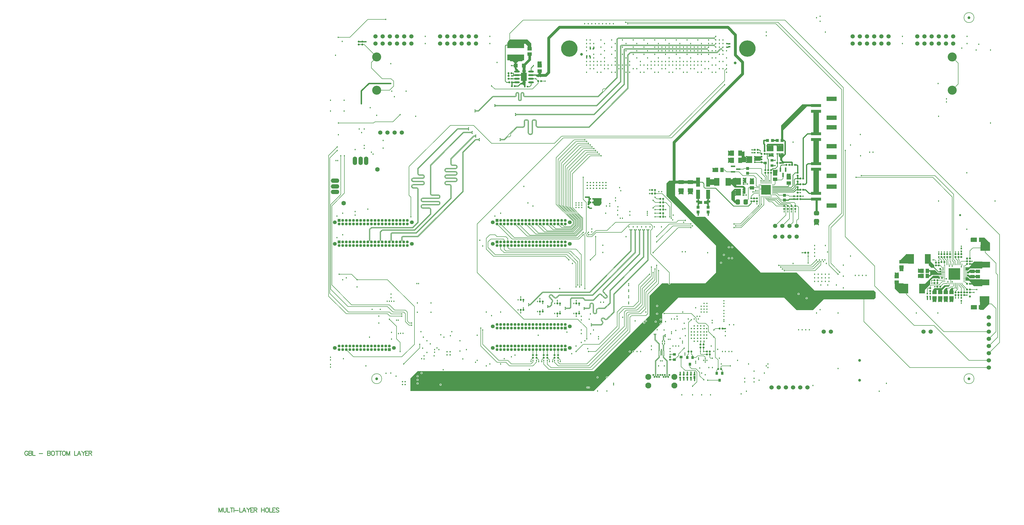
<source format=gbl>
G04 Layer_Physical_Order=6*
G04 Layer_Color=16711680*
%FSLAX24Y24*%
%MOIN*%
G70*
G01*
G75*
%ADD10C,0.0050*%
G04:AMPARAMS|DCode=11|XSize=25.6mil|YSize=23.6mil|CornerRadius=5.9mil|HoleSize=0mil|Usage=FLASHONLY|Rotation=180.000|XOffset=0mil|YOffset=0mil|HoleType=Round|Shape=RoundedRectangle|*
%AMROUNDEDRECTD11*
21,1,0.0256,0.0118,0,0,180.0*
21,1,0.0138,0.0236,0,0,180.0*
1,1,0.0118,-0.0069,0.0059*
1,1,0.0118,0.0069,0.0059*
1,1,0.0118,0.0069,-0.0059*
1,1,0.0118,-0.0069,-0.0059*
%
%ADD11ROUNDEDRECTD11*%
G04:AMPARAMS|DCode=12|XSize=25.6mil|YSize=23.6mil|CornerRadius=5.9mil|HoleSize=0mil|Usage=FLASHONLY|Rotation=90.000|XOffset=0mil|YOffset=0mil|HoleType=Round|Shape=RoundedRectangle|*
%AMROUNDEDRECTD12*
21,1,0.0256,0.0118,0,0,90.0*
21,1,0.0138,0.0236,0,0,90.0*
1,1,0.0118,0.0059,0.0069*
1,1,0.0118,0.0059,-0.0069*
1,1,0.0118,-0.0059,-0.0069*
1,1,0.0118,-0.0059,0.0069*
%
%ADD12ROUNDEDRECTD12*%
%ADD13R,0.0197X0.0236*%
%ADD14R,0.0236X0.0197*%
%ADD17R,0.0610X0.0217*%
%ADD18C,0.0394*%
%ADD24R,0.0394X0.0433*%
%ADD28R,0.0531X0.0728*%
%ADD29R,0.0512X0.0591*%
G04:AMPARAMS|DCode=30|XSize=70.9mil|YSize=63mil|CornerRadius=15.7mil|HoleSize=0mil|Usage=FLASHONLY|Rotation=180.000|XOffset=0mil|YOffset=0mil|HoleType=Round|Shape=RoundedRectangle|*
%AMROUNDEDRECTD30*
21,1,0.0709,0.0315,0,0,180.0*
21,1,0.0394,0.0630,0,0,180.0*
1,1,0.0315,-0.0197,0.0157*
1,1,0.0315,0.0197,0.0157*
1,1,0.0315,0.0197,-0.0157*
1,1,0.0315,-0.0197,-0.0157*
%
%ADD30ROUNDEDRECTD30*%
%ADD31R,0.0335X0.0394*%
%ADD32R,0.0335X0.0394*%
%ADD36R,0.0433X0.0394*%
%ADD46R,0.0728X0.0531*%
%ADD49R,0.0394X0.0335*%
%ADD50R,0.0394X0.0335*%
G04:AMPARAMS|DCode=58|XSize=15.7mil|YSize=17.7mil|CornerRadius=3.9mil|HoleSize=0mil|Usage=FLASHONLY|Rotation=180.000|XOffset=0mil|YOffset=0mil|HoleType=Round|Shape=RoundedRectangle|*
%AMROUNDEDRECTD58*
21,1,0.0157,0.0098,0,0,180.0*
21,1,0.0079,0.0177,0,0,180.0*
1,1,0.0079,-0.0039,0.0049*
1,1,0.0079,0.0039,0.0049*
1,1,0.0079,0.0039,-0.0049*
1,1,0.0079,-0.0039,-0.0049*
%
%ADD58ROUNDEDRECTD58*%
%ADD59R,0.0079X0.0266*%
%ADD60R,0.0157X0.0266*%
%ADD69R,0.0591X0.0512*%
%ADD87C,0.0150*%
%ADD88C,0.0100*%
%ADD89C,0.0300*%
%ADD90C,0.0200*%
%ADD91C,0.0080*%
%ADD93C,0.0120*%
%ADD95C,0.0600*%
%ADD96C,0.2283*%
%ADD97C,0.0382*%
%ADD98C,0.0256*%
%ADD99C,0.0827*%
%ADD100C,0.0591*%
%ADD101C,0.0039*%
%ADD102C,0.1260*%
%ADD103C,0.0630*%
%ADD104O,0.0591X0.1181*%
%ADD105O,0.1181X0.0591*%
%ADD106C,0.0400*%
%ADD107R,0.0400X0.0400*%
%ADD108C,0.0300*%
%ADD109C,0.0180*%
%ADD110C,0.0197*%
%ADD111C,0.0400*%
%ADD131R,0.1378X0.0787*%
%ADD132R,0.0787X0.1378*%
%ADD133O,0.0787X0.0236*%
%ADD134R,0.0839X0.1181*%
%ADD135R,0.0276X0.0413*%
%ADD136R,0.0276X0.0205*%
%ADD137O,0.0236X0.0094*%
%ADD138O,0.0094X0.0236*%
%ADD139R,0.1614X0.1614*%
%ADD140R,0.2362X0.0787*%
%ADD141R,0.0551X0.0551*%
%ADD142R,0.0551X0.1299*%
%ADD143R,0.0754X0.1098*%
G04:AMPARAMS|DCode=144|XSize=70.9mil|YSize=63mil|CornerRadius=15.7mil|HoleSize=0mil|Usage=FLASHONLY|Rotation=90.000|XOffset=0mil|YOffset=0mil|HoleType=Round|Shape=RoundedRectangle|*
%AMROUNDEDRECTD144*
21,1,0.0709,0.0315,0,0,90.0*
21,1,0.0394,0.0630,0,0,90.0*
1,1,0.0315,0.0157,0.0197*
1,1,0.0315,0.0157,-0.0197*
1,1,0.0315,-0.0157,-0.0197*
1,1,0.0315,-0.0157,0.0197*
%
%ADD144ROUNDEDRECTD144*%
%ADD145R,0.0248X0.0197*%
%ADD146R,0.0748X0.0965*%
%ADD147R,0.0217X0.0610*%
%ADD148R,0.0197X0.0248*%
%ADD149R,0.0965X0.0748*%
%ADD150R,0.1358X0.1358*%
%ADD151R,0.1417X0.0602*%
%ADD152R,0.1417X0.0433*%
%ADD153C,0.0530*%
G36*
X89772Y17488D02*
X89555Y17488D01*
X89417Y17350D01*
X89220Y17350D01*
X89220Y17626D01*
X89358Y17626D01*
X89614Y17881D01*
X89772Y17881D01*
X89772Y17488D01*
X89772Y17488D02*
G37*
G36*
X82744Y17448D02*
X82508Y17448D01*
X82405Y17551D01*
X82405Y17897D01*
X82508Y18000D01*
X82744Y18000D01*
X82744Y17448D01*
X82744Y17448D02*
G37*
G36*
X80376Y17799D02*
X80273Y17696D01*
X79927Y17696D01*
X79824Y17799D01*
X79824Y18035D01*
X80376Y18035D01*
X80376Y17799D01*
X80376Y17799D02*
G37*
G36*
X82744Y16740D02*
X82508Y16740D01*
X82405Y16843D01*
X82405Y17188D01*
X82508Y17291D01*
X82744Y17291D01*
X82744Y16740D01*
X82744Y16740D02*
G37*
G36*
X85185Y17429D02*
X85677Y17429D01*
X85677Y17153D01*
X84299Y17153D01*
X84102Y16956D01*
X84102Y17822D01*
X84791Y17822D01*
X85185Y17429D01*
X85185Y17429D02*
G37*
G36*
X79714Y17355D02*
X79714Y17119D01*
X79163Y17119D01*
X79163Y17355D01*
X79266Y17457D01*
X79611Y17457D01*
X79714Y17355D01*
X79714Y17355D02*
G37*
G36*
X84102Y19398D02*
X84102Y19063D01*
X84654Y18511D01*
X84654Y18216D01*
X84594Y18157D01*
X84254Y18157D01*
X83900Y18511D01*
X83900Y19600D01*
X84102Y19398D01*
X84102Y19398D02*
G37*
G36*
X90174Y22350D02*
X90174Y21750D01*
X89800Y21750D01*
X89724Y21826D01*
X89724Y22274D01*
X89800Y22350D01*
X90174Y22350D01*
X90174Y22350D02*
G37*
G36*
X68565Y24195D02*
X68506Y24136D01*
X67994Y24136D01*
X67935Y24195D01*
X67935Y24490D01*
X68565Y24490D01*
X68565Y24195D01*
X68565Y24195D02*
G37*
G36*
X53256Y27531D02*
X53453Y27531D01*
X53453Y27236D01*
X53256Y27236D01*
X53256Y26744D01*
X53059Y26744D01*
X53059Y26941D01*
X52961Y27039D01*
X52961Y27531D01*
X53059Y27630D01*
X53059Y28240D01*
X53256Y28240D01*
X53256Y27531D01*
X53256Y27531D02*
G37*
G36*
X91366Y18039D02*
X89614Y18039D01*
X89319Y17744D01*
X89024Y17744D01*
X89024Y18216D01*
X89516Y18216D01*
X89811Y18511D01*
X89811Y18610D01*
X89693Y18610D01*
X89693Y18748D01*
X89949Y18748D01*
X90205Y19004D01*
X91366Y19004D01*
X91366Y18039D01*
X91366Y18039D02*
G37*
G36*
X81074Y18766D02*
X80400Y18766D01*
X79950Y18766D01*
X79950Y19236D01*
X80779Y20065D01*
X81074Y20065D01*
X81074Y18766D01*
X81074Y18766D02*
G37*
G36*
X91648Y22350D02*
X92415Y21582D01*
X92415Y21287D01*
X91116Y21287D01*
X91116Y21961D01*
X91116Y22350D01*
X91648Y22350D01*
X91648Y22350D02*
G37*
G36*
X89555Y17094D02*
X89772Y17094D01*
X89772Y16700D01*
X89614Y16700D01*
X89358Y16956D01*
X89220Y16956D01*
X89220Y17232D01*
X89417Y17232D01*
X89555Y17094D01*
X89555Y17094D02*
G37*
G36*
X85756Y13511D02*
X85653Y13409D01*
X85307Y13409D01*
X85205Y13511D01*
X85205Y13748D01*
X85756Y13748D01*
X85756Y13511D01*
X85756Y13511D02*
G37*
G36*
X86543Y13511D02*
X86441Y13409D01*
X86095Y13409D01*
X85992Y13511D01*
X85992Y13748D01*
X86543Y13748D01*
X86543Y13511D01*
X86543Y13511D02*
G37*
G36*
X87331Y13511D02*
X87228Y13409D01*
X86882Y13409D01*
X86780Y13511D01*
X86780Y13748D01*
X87331Y13748D01*
X87331Y13511D01*
X87331Y13511D02*
G37*
G36*
X92315Y13129D02*
X91486Y12300D01*
X91016Y12300D01*
X91016Y12750D01*
X91016Y13424D01*
X92315Y13424D01*
X92315Y13129D01*
X92315Y13129D02*
G37*
G36*
X90200Y12350D02*
X89800Y12350D01*
X89750Y12400D01*
X89750Y12900D01*
X89800Y12950D01*
X90200Y12950D01*
X90200Y12350D01*
X90200Y12350D02*
G37*
G36*
X84969Y13511D02*
X84866Y13409D01*
X84520Y13409D01*
X84417Y13511D01*
X84417Y13748D01*
X84969Y13748D01*
X84969Y13511D01*
X84969Y13511D02*
G37*
G36*
X80350Y16000D02*
X80450Y15900D01*
X80450Y14600D01*
X79800Y14600D01*
X79150Y15250D01*
X79150Y16000D01*
X80350Y16000D01*
X80350Y16000D02*
G37*
G36*
X85283Y17035D02*
X85283Y16700D01*
X84450Y16700D01*
X84100Y16350D01*
X84100Y15832D01*
X83350Y15082D01*
X83350Y15900D01*
X84485Y17035D01*
X85283Y17035D01*
X85283Y17035D02*
G37*
G36*
X89614Y16543D02*
X91366Y16543D01*
X91366Y15578D01*
X90205Y15578D01*
X89949Y15834D01*
X89693Y15834D01*
X89693Y15972D01*
X89811Y15972D01*
X89811Y16070D01*
X89516Y16366D01*
X89024Y16366D01*
X89024Y16838D01*
X89319Y16838D01*
X89614Y16543D01*
X89614Y16543D02*
G37*
G36*
X51583Y29893D02*
X48630Y29893D01*
X48550Y29813D01*
X48550Y28200D01*
X51500Y25250D01*
X52750Y25250D01*
X60500Y17500D01*
X65500Y17500D01*
X68000Y15000D01*
X76250Y15000D01*
X76500Y14750D01*
X76500Y14000D01*
X76250Y13750D01*
X69250Y13750D01*
X68000Y12500D01*
X67750Y12250D01*
X65500Y12250D01*
X63750Y14000D01*
X49000Y14000D01*
X46750Y11750D01*
X46750Y10500D01*
X46701Y10451D01*
X46651Y10456D01*
X46651Y10456D01*
X46605Y10487D01*
X46550Y10497D01*
X46495Y10487D01*
X46449Y10456D01*
X46418Y10409D01*
X46407Y10355D01*
X46418Y10300D01*
X46449Y10254D01*
X46449Y10254D01*
X46454Y10204D01*
X42851Y6601D01*
X42805Y6632D01*
X42750Y6643D01*
X42695Y6632D01*
X42649Y6601D01*
X42618Y6555D01*
X42607Y6500D01*
X42618Y6445D01*
X42649Y6399D01*
X39231Y2981D01*
X39167Y2988D01*
X39158Y3001D01*
X39112Y3032D01*
X39057Y3043D01*
X39002Y3032D01*
X38956Y3001D01*
X38925Y2955D01*
X38914Y2900D01*
X38925Y2845D01*
X38956Y2799D01*
X38969Y2790D01*
X38976Y2726D01*
X37250Y1000D01*
X11700Y1000D01*
X11700Y1450D01*
X11700Y2750D01*
X12700Y3750D01*
X37250Y3750D01*
X44075Y10575D01*
X44091Y10567D01*
X44116Y10546D01*
X44107Y10500D01*
X44118Y10445D01*
X44149Y10399D01*
X44195Y10368D01*
X44250Y10357D01*
X44305Y10368D01*
X44351Y10399D01*
X44382Y10445D01*
X44393Y10500D01*
X44382Y10555D01*
X44351Y10601D01*
X44305Y10632D01*
X44250Y10643D01*
X44204Y10634D01*
X44183Y10659D01*
X44175Y10675D01*
X44325Y10825D01*
X44341Y10817D01*
X44366Y10796D01*
X44357Y10750D01*
X44368Y10695D01*
X44399Y10649D01*
X44445Y10618D01*
X44500Y10607D01*
X44555Y10618D01*
X44601Y10649D01*
X44632Y10695D01*
X44643Y10750D01*
X44632Y10805D01*
X44601Y10851D01*
X44555Y10882D01*
X44500Y10893D01*
X44454Y10884D01*
X44433Y10909D01*
X44425Y10925D01*
X45000Y11500D01*
X45000Y14250D01*
X46750Y16000D01*
X47578Y16000D01*
X47610Y15961D01*
X47607Y15950D01*
X47618Y15895D01*
X47649Y15849D01*
X47695Y15818D01*
X47750Y15807D01*
X47805Y15818D01*
X47851Y15849D01*
X47882Y15895D01*
X47893Y15950D01*
X47890Y15961D01*
X47922Y16000D01*
X52750Y16000D01*
X54250Y17500D01*
X54250Y21250D01*
X47351Y28149D01*
X47351Y29893D01*
X47744Y30287D01*
X47744Y30287D01*
X51583Y30287D01*
X51583Y29893D01*
X51583Y29893D02*
G37*
G36*
X86799Y15637D02*
X86681Y15519D01*
X86248Y15519D01*
X85736Y15007D01*
X85736Y14929D01*
X85244Y14929D01*
X85244Y15007D01*
X85205Y15047D01*
X84988Y15047D01*
X84949Y15007D01*
X84949Y14929D01*
X84496Y14929D01*
X84496Y15126D01*
X84693Y15322D01*
X85677Y15322D01*
X86071Y15716D01*
X86799Y15716D01*
X86799Y15637D01*
X86799Y15637D02*
G37*
G36*
X86504Y14948D02*
X86032Y14948D01*
X86032Y15086D01*
X86287Y15342D01*
X86504Y15342D01*
X86504Y14948D01*
X86504Y14948D02*
G37*
G36*
X87291Y14948D02*
X86819Y14948D01*
X86819Y15086D01*
X87075Y15342D01*
X87291Y15342D01*
X87291Y14948D01*
X87291Y14948D02*
G37*
G36*
X38300Y27750D02*
X38300Y27050D01*
X38050Y26800D01*
X37400Y26800D01*
X37200Y27000D01*
X37200Y27850D01*
X38200Y27850D01*
X38300Y27750D01*
X38300Y27750D02*
G37*
G36*
X58220Y34224D02*
X58220Y33712D01*
X58298Y33633D01*
X58417Y33633D01*
X58417Y32846D01*
X57865Y32846D01*
X57826Y32885D01*
X57826Y34263D01*
X57885Y34322D01*
X58121Y34322D01*
X58220Y34224D01*
X58220Y34224D02*
G37*
G36*
X56339Y32807D02*
X56053Y32807D01*
X55954Y32905D01*
X55954Y33338D01*
X56053Y33437D01*
X56339Y33437D01*
X56339Y32807D01*
X56339Y32807D02*
G37*
G36*
X62262Y33722D02*
X62183Y33643D01*
X61672Y33643D01*
X61593Y33722D01*
X61593Y33958D01*
X62262Y33958D01*
X62262Y33722D01*
X62262Y33722D02*
G37*
G36*
X60540Y33673D02*
X60540Y33200D01*
X60382Y33043D01*
X59650Y33043D01*
X59650Y33673D01*
X60540Y33673D01*
X60540Y33673D02*
G37*
G36*
X54124Y31500D02*
X53888Y31500D01*
X53785Y31603D01*
X53785Y31948D01*
X53888Y32051D01*
X54124Y32051D01*
X54124Y31500D01*
X54124Y31500D02*
G37*
G36*
X62823Y31688D02*
X62823Y31402D01*
X62193Y31402D01*
X62193Y31688D01*
X62292Y31786D01*
X62725Y31786D01*
X62823Y31688D01*
X62823Y31688D02*
G37*
G36*
X68611Y32757D02*
X67823Y32757D01*
X67823Y35985D01*
X67843Y36005D01*
X68611Y36005D01*
X68611Y32757D01*
X68611Y32757D02*
G37*
G36*
X67626Y40917D02*
X67626Y40622D01*
X66937Y40622D01*
X63630Y37315D01*
X63630Y35996D01*
X63788Y35996D01*
X63985Y35799D01*
X63985Y33929D01*
X63500Y33444D01*
X63500Y33134D01*
X63694Y32950D01*
X64846Y32950D01*
X64950Y32846D01*
X64950Y32500D01*
X64752Y32500D01*
X64752Y32750D01*
X63748Y32750D01*
X63648Y32650D01*
X63256Y32650D01*
X63256Y32846D01*
X63394Y32846D01*
X63394Y32944D01*
X63197Y33141D01*
X63197Y33515D01*
X63000Y33712D01*
X63000Y33948D01*
X63748Y33948D01*
X63788Y33988D01*
X63788Y35740D01*
X63729Y35799D01*
X63630Y35799D01*
X63315Y35996D01*
X63315Y37984D01*
X66248Y40917D01*
X67626Y40917D01*
X67626Y40917D02*
G37*
G36*
X27323Y46994D02*
X27244Y46915D01*
X26752Y46915D01*
X26476Y46640D01*
X26476Y45990D01*
X26732Y45734D01*
X26732Y45537D01*
X26339Y45537D01*
X26339Y45734D01*
X26240Y45833D01*
X26240Y46640D01*
X25965Y46915D01*
X25610Y46915D01*
X25551Y46974D01*
X25551Y47270D01*
X27323Y47270D01*
X27323Y46994D01*
X27323Y46994D02*
G37*
G36*
X28504Y47073D02*
X27717Y46285D01*
X27717Y43372D01*
X27520Y43372D01*
X27520Y43530D01*
X27362Y43687D01*
X27047Y43687D01*
X26732Y43372D01*
X26240Y43372D01*
X26240Y43510D01*
X26654Y43510D01*
X27067Y43923D01*
X27283Y43923D01*
X27323Y43963D01*
X27323Y44927D01*
X26142Y44927D01*
X26102Y44888D01*
X26102Y44868D01*
X26063Y44829D01*
X26004Y44829D01*
X26004Y45321D01*
X26063Y45321D01*
X26102Y45281D01*
X26102Y45124D01*
X26142Y45085D01*
X27323Y45085D01*
X27323Y46423D01*
X28130Y47230D01*
X28130Y47900D01*
X28504Y47900D01*
X28504Y47073D01*
X28504Y47073D02*
G37*
G36*
X28539Y49398D02*
X28539Y48898D01*
X28039Y48898D01*
X28039Y49048D01*
X27739Y49348D01*
X25289Y49348D01*
X25289Y49698D01*
X25539Y49948D01*
X27989Y49948D01*
X28539Y49398D01*
X28539Y49398D02*
G37*
G36*
X29919Y46900D02*
X29961Y46858D01*
X29961Y46502D01*
X29409Y46502D01*
X29409Y46841D01*
X29469Y46900D01*
X29919Y46900D01*
X29919Y46900D02*
G37*
G36*
X63650Y35346D02*
X63650Y35169D01*
X61347Y35169D01*
X61347Y35366D01*
X61386Y35405D01*
X63591Y35405D01*
X63650Y35346D01*
X63650Y35346D02*
G37*
G36*
X56339Y33791D02*
X56053Y33791D01*
X55954Y33889D01*
X55954Y34322D01*
X56053Y34421D01*
X56339Y34421D01*
X56339Y33791D01*
X56339Y33791D02*
G37*
G36*
X29882Y44848D02*
X29783Y44750D01*
X29331Y44750D01*
X29154Y44927D01*
X28504Y44927D01*
X28504Y45085D01*
X29429Y45085D01*
X29528Y45183D01*
X29528Y45537D01*
X29882Y45537D01*
X29882Y44848D01*
X29882Y44848D02*
G37*
G36*
X68611Y36900D02*
X67823Y36900D01*
X67823Y40129D01*
X67843Y40148D01*
X68611Y40148D01*
X68611Y36900D01*
X68611Y36900D02*
G37*
G36*
X64659Y31147D02*
X64659Y30911D01*
X64107Y30911D01*
X64107Y31147D01*
X64210Y31250D01*
X64556Y31250D01*
X64659Y31147D01*
X64659Y31147D02*
G37*
G36*
X49713Y28514D02*
X49615Y28415D01*
X49181Y28415D01*
X49083Y28514D01*
X49083Y28800D01*
X49713Y28800D01*
X49713Y28514D01*
X49713Y28514D02*
G37*
G36*
X51012Y28514D02*
X50914Y28415D01*
X50481Y28415D01*
X50382Y28514D01*
X50382Y28800D01*
X51012Y28800D01*
X51012Y28514D01*
X51012Y28514D02*
G37*
G36*
X51878Y27630D02*
X51977Y27531D01*
X51977Y27039D01*
X51878Y26941D01*
X51878Y26744D01*
X51681Y26744D01*
X51681Y27236D01*
X51485Y27236D01*
X51485Y27531D01*
X51681Y27531D01*
X51681Y28240D01*
X51878Y28240D01*
X51878Y27630D01*
X51878Y27630D02*
G37*
G36*
X36650Y28100D02*
X36700Y28050D01*
X36700Y27051D01*
X36647Y26997D01*
X36400Y26997D01*
X36400Y27400D01*
X36500Y27500D01*
X36500Y27900D01*
X36050Y27900D01*
X36000Y27950D01*
X36000Y28050D01*
X36050Y28100D01*
X36650Y28100D01*
X36650Y28100D02*
G37*
G36*
X56898Y27570D02*
X56937Y27531D01*
X57095Y27531D01*
X57095Y27137D01*
X56898Y27137D01*
X56406Y27630D01*
X56406Y28712D01*
X56800Y29106D01*
X56898Y29106D01*
X56898Y27570D01*
X56898Y27570D02*
G37*
G36*
X58473Y30582D02*
X58473Y30070D01*
X58394Y29992D01*
X58158Y29992D01*
X58158Y30661D01*
X58394Y30661D01*
X58473Y30582D01*
X58473Y30582D02*
G37*
G36*
X54024Y29696D02*
X53355Y29696D01*
X53355Y30484D01*
X54024Y30484D01*
X54024Y29696D01*
X54024Y29696D02*
G37*
G36*
X57095Y30641D02*
X57095Y29598D01*
X57134Y29559D01*
X58119Y29559D01*
X58374Y29303D01*
X58374Y28515D01*
X58315Y28456D01*
X58079Y28456D01*
X58079Y29185D01*
X57961Y29303D01*
X56898Y29303D01*
X56465Y29736D01*
X56288Y29736D01*
X56288Y30484D01*
X56504Y30484D01*
X56662Y30641D01*
X57095Y30641D01*
X57095Y30641D02*
G37*
G36*
X59536Y30484D02*
X59536Y30248D01*
X58985Y30248D01*
X58985Y30484D01*
X59087Y30587D01*
X59433Y30587D01*
X59536Y30484D01*
X59536Y30484D02*
G37*
G36*
X68611Y28614D02*
X67823Y28614D01*
X67823Y31842D01*
X67843Y31862D01*
X68611Y31862D01*
X68611Y28614D01*
X68611Y28614D02*
G37*
%LPC*%
G36*
X42250Y6643D02*
X42195Y6632D01*
X42149Y6601D01*
X42118Y6555D01*
X42107Y6500D01*
X42118Y6445D01*
X42149Y6399D01*
X42195Y6368D01*
X42250Y6357D01*
X42305Y6368D01*
X42351Y6399D01*
X42382Y6445D01*
X42393Y6500D01*
X42382Y6555D01*
X42351Y6601D01*
X42305Y6632D01*
X42250Y6643D01*
X42250Y6643D02*
G37*
G36*
X13250Y3643D02*
X13195Y3632D01*
X13149Y3601D01*
X13118Y3555D01*
X13107Y3500D01*
X13118Y3445D01*
X13149Y3399D01*
X13195Y3368D01*
X13250Y3357D01*
X13305Y3368D01*
X13351Y3399D01*
X13382Y3445D01*
X13393Y3500D01*
X13382Y3555D01*
X13351Y3601D01*
X13305Y3632D01*
X13250Y3643D01*
X13250Y3643D02*
G37*
G36*
X45861Y10793D02*
X45806Y10782D01*
X45760Y10751D01*
X45729Y10705D01*
X45718Y10650D01*
X45729Y10595D01*
X45760Y10549D01*
X45806Y10518D01*
X45861Y10507D01*
X45916Y10518D01*
X45962Y10549D01*
X45993Y10595D01*
X46004Y10650D01*
X45993Y10705D01*
X45962Y10751D01*
X45916Y10782D01*
X45861Y10793D01*
X45861Y10793D02*
G37*
G36*
X46550Y11088D02*
X46495Y11077D01*
X46449Y11046D01*
X46418Y11000D01*
X46407Y10945D01*
X46418Y10891D01*
X46449Y10844D01*
X46495Y10813D01*
X46550Y10803D01*
X46605Y10813D01*
X46651Y10844D01*
X46682Y10891D01*
X46693Y10945D01*
X46682Y11000D01*
X46651Y11046D01*
X46605Y11077D01*
X46550Y11088D01*
X46550Y11088D02*
G37*
G36*
X12700Y3193D02*
X12645Y3182D01*
X12599Y3151D01*
X12568Y3105D01*
X12557Y3050D01*
X12568Y2995D01*
X12599Y2949D01*
X12645Y2918D01*
X12700Y2907D01*
X12755Y2918D01*
X12801Y2949D01*
X12832Y2995D01*
X12843Y3050D01*
X12832Y3105D01*
X12801Y3151D01*
X12755Y3182D01*
X12700Y3193D01*
X12700Y3193D02*
G37*
G36*
X15900Y2019D02*
X15845Y2008D01*
X15799Y1977D01*
X15768Y1931D01*
X15757Y1876D01*
X15768Y1821D01*
X15799Y1775D01*
X15845Y1744D01*
X15900Y1733D01*
X15955Y1744D01*
X16001Y1775D01*
X16032Y1821D01*
X16043Y1876D01*
X16032Y1931D01*
X16001Y1977D01*
X15955Y2008D01*
X15900Y2019D01*
X15900Y2019D02*
G37*
G36*
X36565Y1628D02*
X36510Y1617D01*
X36464Y1586D01*
X36436Y1586D01*
X36390Y1617D01*
X36335Y1628D01*
X36280Y1617D01*
X36234Y1586D01*
X36203Y1540D01*
X36192Y1485D01*
X36203Y1430D01*
X36234Y1384D01*
X36280Y1353D01*
X36335Y1342D01*
X36390Y1353D01*
X36436Y1384D01*
X36464Y1384D01*
X36510Y1353D01*
X36565Y1342D01*
X36620Y1353D01*
X36666Y1384D01*
X36697Y1430D01*
X36708Y1485D01*
X36697Y1540D01*
X36666Y1586D01*
X36620Y1617D01*
X36565Y1628D01*
X36565Y1628D02*
G37*
G36*
X12700Y2193D02*
X12645Y2182D01*
X12599Y2151D01*
X12568Y2105D01*
X12557Y2050D01*
X12568Y1995D01*
X12599Y1949D01*
X12645Y1918D01*
X12700Y1907D01*
X12755Y1918D01*
X12801Y1949D01*
X12832Y1995D01*
X12843Y2050D01*
X12832Y2105D01*
X12801Y2151D01*
X12755Y2182D01*
X12700Y2193D01*
X12700Y2193D02*
G37*
G36*
X37757Y3043D02*
X37702Y3032D01*
X37656Y3001D01*
X37625Y2955D01*
X37614Y2900D01*
X37625Y2845D01*
X37656Y2799D01*
X37702Y2768D01*
X37757Y2757D01*
X37812Y2768D01*
X37858Y2799D01*
X37889Y2845D01*
X37900Y2900D01*
X37889Y2955D01*
X37858Y3001D01*
X37812Y3032D01*
X37757Y3043D01*
X37757Y3043D02*
G37*
G36*
X12700Y2693D02*
X12645Y2682D01*
X12599Y2651D01*
X12568Y2605D01*
X12557Y2550D01*
X12568Y2495D01*
X12599Y2449D01*
X12645Y2418D01*
X12700Y2407D01*
X12755Y2418D01*
X12801Y2449D01*
X12832Y2495D01*
X12843Y2550D01*
X12832Y2605D01*
X12801Y2651D01*
X12755Y2682D01*
X12700Y2693D01*
X12700Y2693D02*
G37*
G36*
X56055Y21164D02*
X56000Y21153D01*
X55954Y21122D01*
X55923Y21076D01*
X55912Y21021D01*
X55923Y20967D01*
X55954Y20920D01*
X56000Y20889D01*
X56055Y20879D01*
X56110Y20889D01*
X56156Y20920D01*
X56187Y20967D01*
X56198Y21021D01*
X56187Y21076D01*
X56156Y21122D01*
X56110Y21153D01*
X56055Y21164D01*
X56055Y21164D02*
G37*
G36*
X56505Y21164D02*
X56450Y21153D01*
X56404Y21122D01*
X56373Y21076D01*
X56362Y21021D01*
X56373Y20967D01*
X56404Y20920D01*
X56450Y20889D01*
X56505Y20879D01*
X56560Y20889D01*
X56606Y20920D01*
X56637Y20967D01*
X56648Y21021D01*
X56637Y21076D01*
X56606Y21122D01*
X56560Y21153D01*
X56505Y21164D01*
X56505Y21164D02*
G37*
G36*
X66883Y14057D02*
X66828Y14046D01*
X66782Y14015D01*
X66751Y13968D01*
X66740Y13914D01*
X66751Y13859D01*
X66782Y13813D01*
X66828Y13782D01*
X66883Y13771D01*
X66938Y13782D01*
X66984Y13813D01*
X67015Y13859D01*
X67026Y13914D01*
X67015Y13968D01*
X66984Y14015D01*
X66938Y14046D01*
X66883Y14057D01*
X66883Y14057D02*
G37*
G36*
X55356Y20099D02*
X55302Y20088D01*
X55255Y20057D01*
X55224Y20011D01*
X55214Y19956D01*
X55224Y19902D01*
X55255Y19855D01*
X55302Y19824D01*
X55356Y19814D01*
X55411Y19824D01*
X55457Y19855D01*
X55488Y19902D01*
X55499Y19956D01*
X55488Y20011D01*
X55457Y20057D01*
X55411Y20088D01*
X55356Y20099D01*
X55356Y20099D02*
G37*
G36*
X65761Y14657D02*
X65706Y14646D01*
X65660Y14615D01*
X65629Y14568D01*
X65618Y14514D01*
X65629Y14459D01*
X65660Y14413D01*
X65706Y14382D01*
X65761Y14371D01*
X65816Y14382D01*
X65862Y14413D01*
X65893Y14459D01*
X65904Y14514D01*
X65893Y14568D01*
X65862Y14615D01*
X65816Y14646D01*
X65761Y14657D01*
X65761Y14657D02*
G37*
G36*
X54956Y18999D02*
X54902Y18988D01*
X54855Y18957D01*
X54824Y18911D01*
X54814Y18856D01*
X54824Y18802D01*
X54855Y18755D01*
X54902Y18724D01*
X54956Y18714D01*
X55011Y18724D01*
X55057Y18755D01*
X55088Y18802D01*
X55099Y18856D01*
X55088Y18911D01*
X55057Y18957D01*
X55011Y18988D01*
X54956Y18999D01*
X54956Y18999D02*
G37*
G36*
X46050Y11893D02*
X45995Y11882D01*
X45949Y11851D01*
X45918Y11805D01*
X45907Y11750D01*
X45918Y11695D01*
X45949Y11649D01*
X45995Y11618D01*
X46050Y11607D01*
X46105Y11618D01*
X46151Y11649D01*
X46182Y11695D01*
X46193Y11750D01*
X46182Y11805D01*
X46151Y11851D01*
X46105Y11882D01*
X46050Y11893D01*
X46050Y11893D02*
G37*
G36*
X46058Y12985D02*
X46003Y12974D01*
X45957Y12943D01*
X45926Y12897D01*
X45915Y12842D01*
X45926Y12787D01*
X45957Y12741D01*
X46003Y12710D01*
X46058Y12699D01*
X46112Y12710D01*
X46159Y12741D01*
X46190Y12787D01*
X46201Y12842D01*
X46190Y12897D01*
X46159Y12943D01*
X46112Y12974D01*
X46058Y12985D01*
X46058Y12985D02*
G37*
G36*
X56500Y19637D02*
X56445Y19626D01*
X56399Y19595D01*
X56368Y19549D01*
X56357Y19494D01*
X56368Y19440D01*
X56399Y19394D01*
X56445Y19363D01*
X56500Y19352D01*
X56555Y19363D01*
X56601Y19394D01*
X56632Y19440D01*
X56643Y19494D01*
X56632Y19549D01*
X56601Y19595D01*
X56555Y19626D01*
X56500Y19637D01*
X56500Y19637D02*
G37*
G36*
X56050Y19637D02*
X55995Y19626D01*
X55949Y19595D01*
X55918Y19549D01*
X55907Y19494D01*
X55918Y19440D01*
X55949Y19394D01*
X55995Y19363D01*
X56050Y19352D01*
X56105Y19363D01*
X56151Y19394D01*
X56182Y19440D01*
X56193Y19494D01*
X56182Y19549D01*
X56151Y19595D01*
X56105Y19626D01*
X56050Y19637D01*
X56050Y19637D02*
G37*
%LPD*%
D10*
X29275Y37943D02*
G03*
X29418Y37800I143J0D01*
G01*
X29275Y38558D02*
G03*
X29032Y38800I-243J0D01*
G01*
X28867Y38800D02*
G03*
X28625Y38558I0J-243D01*
G01*
X28482Y36800D02*
G03*
X28625Y36943I0J143D01*
G01*
X28175Y36943D02*
G03*
X28317Y36800I143J0D01*
G01*
X28175Y38558D02*
G03*
X27933Y38800I-243J0D01*
G01*
X27768Y38800D02*
G03*
X27525Y38558I0J-243D01*
G01*
X27383Y37800D02*
G03*
X27525Y37943I0J143D01*
G01*
X29175Y37943D02*
G03*
X29418Y37700I243J0D01*
G01*
X29175Y38558D02*
G03*
X29032Y38700I-143J0D01*
G01*
X28867Y38700D02*
G03*
X28725Y38558I0J-143D01*
G01*
X28482Y36700D02*
G03*
X28725Y36943I0J243D01*
G01*
X28075Y36943D02*
G03*
X28317Y36700I243J0D01*
G01*
X28075Y38558D02*
G03*
X27933Y38700I-143J0D01*
G01*
X27768Y38700D02*
G03*
X27625Y38558I0J-143D01*
G01*
X27383Y37700D02*
G03*
X27625Y37943I0J243D01*
G01*
X12700Y31255D02*
G03*
X12930Y31025I230J0D01*
G01*
X13556Y30895D02*
G03*
X13426Y31025I-130J0D01*
G01*
X13426Y30675D02*
G03*
X13556Y30805I0J130D01*
G01*
X12074Y30675D02*
G03*
X11844Y30445I0J-230D01*
G01*
X11844Y30355D02*
G03*
X12074Y30125I230J0D01*
G01*
X13556Y29995D02*
G03*
X13426Y30125I-130J0D01*
G01*
X13426Y29775D02*
G03*
X13556Y29905I0J130D01*
G01*
X12074Y29775D02*
G03*
X11844Y29545I0J-230D01*
G01*
X11844Y29455D02*
G03*
X12074Y29225I230J0D01*
G01*
X12700Y29095D02*
G03*
X12570Y29225I-130J0D01*
G01*
X12800Y31255D02*
G03*
X12930Y31125I130J0D01*
G01*
X13656Y30895D02*
G03*
X13426Y31125I-230J0D01*
G01*
X13426Y30575D02*
G03*
X13656Y30805I0J230D01*
G01*
X12074Y30575D02*
G03*
X11944Y30445I0J-130D01*
G01*
X11944Y30355D02*
G03*
X12074Y30225I130J0D01*
G01*
X13656Y29995D02*
G03*
X13426Y30225I-230J0D01*
G01*
X13426Y29675D02*
G03*
X13656Y29905I0J230D01*
G01*
X12074Y29675D02*
G03*
X11944Y29545I0J-130D01*
G01*
X11944Y29455D02*
G03*
X12074Y29325I130J0D01*
G01*
X12800Y29095D02*
G03*
X12570Y29325I-230J0D01*
G01*
X17300Y32605D02*
G03*
X17530Y32375I230J0D01*
G01*
X18124Y32245D02*
G03*
X17994Y32375I-130J0D01*
G01*
X17994Y32025D02*
G03*
X18124Y32155I0J130D01*
G01*
X16706Y32025D02*
G03*
X16476Y31795I0J-230D01*
G01*
X16476Y31705D02*
G03*
X16706Y31475I230J0D01*
G01*
X18124Y31345D02*
G03*
X17994Y31475I-130J0D01*
G01*
X17994Y31125D02*
G03*
X18124Y31255I0J130D01*
G01*
X16706Y31125D02*
G03*
X16476Y30895I0J-230D01*
G01*
X16476Y30805D02*
G03*
X16706Y30575I230J0D01*
G01*
X18124Y30445D02*
G03*
X17994Y30575I-130J0D01*
G01*
X17994Y30225D02*
G03*
X18124Y30355I0J130D01*
G01*
X16706Y30225D02*
G03*
X16476Y29995I0J-230D01*
G01*
X16476Y29905D02*
G03*
X16706Y29675I230J0D01*
G01*
X17300Y29545D02*
G03*
X17170Y29675I-130J0D01*
G01*
X17400Y32605D02*
G03*
X17530Y32475I130J0D01*
G01*
X18224Y32245D02*
G03*
X17994Y32475I-230J0D01*
G01*
X17994Y31925D02*
G03*
X18224Y32155I0J230D01*
G01*
X16706Y31925D02*
G03*
X16576Y31795I0J-130D01*
G01*
X16576Y31705D02*
G03*
X16706Y31575I130J0D01*
G01*
X18224Y31345D02*
G03*
X17994Y31575I-230J0D01*
G01*
X17994Y31025D02*
G03*
X18224Y31255I0J230D01*
G01*
X16706Y31025D02*
G03*
X16576Y30895I0J-130D01*
G01*
X16576Y30805D02*
G03*
X16706Y30675I130J0D01*
G01*
X18224Y30445D02*
G03*
X17994Y30675I-230J0D01*
G01*
X17994Y30125D02*
G03*
X18224Y30355I0J230D01*
G01*
X16706Y30125D02*
G03*
X16576Y29995I0J-130D01*
G01*
X16576Y29905D02*
G03*
X16706Y29775I130J0D01*
G01*
X17400Y29545D02*
G03*
X17170Y29775I-230J0D01*
G01*
X14450Y28455D02*
G03*
X14680Y28225I230J0D01*
G01*
X15739Y28095D02*
G03*
X15609Y28225I-130J0D01*
G01*
X15609Y27875D02*
G03*
X15739Y28005I0J130D01*
G01*
X13391Y27875D02*
G03*
X13161Y27645I0J-230D01*
G01*
X13161Y27555D02*
G03*
X13391Y27325I230J0D01*
G01*
X15739Y27195D02*
G03*
X15609Y27325I-130J0D01*
G01*
X15609Y26975D02*
G03*
X15739Y27105I0J130D01*
G01*
X13391Y26975D02*
G03*
X13161Y26745I0J-230D01*
G01*
X13161Y26655D02*
G03*
X13391Y26425I230J0D01*
G01*
X14450Y26295D02*
G03*
X14320Y26425I-130J0D01*
G01*
X14550Y28455D02*
G03*
X14680Y28325I130J0D01*
G01*
X15839Y28095D02*
G03*
X15609Y28325I-230J0D01*
G01*
X15609Y27775D02*
G03*
X15839Y28005I0J230D01*
G01*
X13391Y27775D02*
G03*
X13261Y27645I0J-130D01*
G01*
X13261Y27555D02*
G03*
X13391Y27425I130J0D01*
G01*
X15839Y27195D02*
G03*
X15609Y27425I-230J0D01*
G01*
X15609Y26875D02*
G03*
X15839Y27105I0J230D01*
G01*
X13391Y26875D02*
G03*
X13261Y26745I0J-130D01*
G01*
X13261Y26655D02*
G03*
X13391Y26525I130J0D01*
G01*
X14550Y26295D02*
G03*
X14320Y26525I-230J0D01*
G01*
X27525Y42140D02*
G03*
X27615Y42050I90J0D01*
G01*
X27525Y42404D02*
G03*
X27335Y42594I-190J0D01*
G01*
X27265Y42594D02*
G03*
X27075Y42404I0J-190D01*
G01*
X26985Y41506D02*
G03*
X27075Y41596I0J90D01*
G01*
X26825Y41596D02*
G03*
X26915Y41506I90J0D01*
G01*
X26825Y42404D02*
G03*
X26635Y42594I-190J0D01*
G01*
X26565Y42594D02*
G03*
X26375Y42404I0J-190D01*
G01*
X26285Y42050D02*
G03*
X26375Y42140I0J90D01*
G01*
X27425Y42140D02*
G03*
X27615Y41950I190J0D01*
G01*
X27425Y42404D02*
G03*
X27335Y42494I-90J0D01*
G01*
X27265Y42494D02*
G03*
X27175Y42404I0J-90D01*
G01*
X26985Y41406D02*
G03*
X27175Y41596I0J190D01*
G01*
X26725Y41596D02*
G03*
X26915Y41406I190J0D01*
G01*
X26725Y42404D02*
G03*
X26635Y42494I-90J0D01*
G01*
X26565Y42494D02*
G03*
X26475Y42404I0J-90D01*
G01*
X26285Y41950D02*
G03*
X26475Y42140I0J190D01*
G01*
X90200Y2700D02*
G03*
X90200Y2700I-700J0D01*
G01*
X90200Y53000D02*
G03*
X90200Y53000I-700J0D01*
G01*
X7700Y2700D02*
G03*
X7700Y2700I-700J0D01*
G01*
X38471Y10329D02*
G03*
X38551Y10524I-194J194D01*
G01*
X38551Y10524D02*
G03*
X38471Y10718I-275J0D01*
G01*
X38396Y11040D02*
G03*
X38396Y10792I124J-124D01*
G01*
X38644Y11040D02*
G03*
X38396Y11040I-124J-124D01*
G01*
X38718Y10966D02*
G03*
X39107Y10966I194J194D01*
G01*
X38400Y10400D02*
G03*
X38451Y10524I-124J124D01*
G01*
X38451Y10524D02*
G03*
X38400Y10647I-175J0D01*
G01*
X38715Y11111D02*
G03*
X38326Y10722I-194J-194D01*
G01*
X38789Y11036D02*
G03*
X39036Y11036I124J124D01*
G01*
X37850Y12435D02*
G03*
X37675Y12260I0J-175D01*
G01*
X37125Y11981D02*
G03*
X37675Y11981I275J0D01*
G01*
X37125Y12989D02*
G03*
X36775Y12989I-175J0D01*
G01*
X36500Y12435D02*
G03*
X36775Y12710I0J275D01*
G01*
X37850Y12535D02*
G03*
X37575Y12260I0J-275D01*
G01*
X37225Y11981D02*
G03*
X37575Y11981I175J0D01*
G01*
X37225Y12989D02*
G03*
X36675Y12989I-275J0D01*
G01*
X36500Y12535D02*
G03*
X36675Y12710I0J175D01*
G01*
X38236Y14389D02*
G03*
X37989Y14389I-124J-124D01*
G01*
X38686Y13939D02*
G03*
X39075Y13939I194J194D01*
G01*
X39075Y13939D02*
G03*
X39156Y14133I-194J194D01*
G01*
X39156Y14133D02*
G03*
X39075Y14328I-275J0D01*
G01*
X38625Y15025D02*
G03*
X38625Y14778I124J-124D01*
G01*
X38307Y14459D02*
G03*
X37918Y14459I-194J-194D01*
G01*
X38757Y14009D02*
G03*
X39004Y14009I124J124D01*
G01*
X39004Y14009D02*
G03*
X39056Y14133I-124J124D01*
G01*
X39056Y14133D02*
G03*
X39004Y14257I-175J0D01*
G01*
X38554Y15096D02*
G03*
X38554Y14707I194J-194D01*
G01*
X31471Y13329D02*
G03*
X31551Y13524I-194J194D01*
G01*
X31551Y13524D02*
G03*
X31471Y13718I-275J0D01*
G01*
X31148Y14288D02*
G03*
X31148Y14041I124J-124D01*
G01*
X31396Y14288D02*
G03*
X31148Y14288I-124J-124D01*
G01*
X31718Y13966D02*
G03*
X32107Y13966I194J194D01*
G01*
X31789Y14036D02*
G03*
X32036Y14036I124J124D01*
G01*
X31466Y14359D02*
G03*
X31077Y13970I-194J-194D01*
G01*
X31451Y13524D02*
G03*
X31400Y13647I-175J0D01*
G01*
X31400Y13400D02*
G03*
X31451Y13524I-124J124D01*
G01*
X90023Y20923D02*
X91750Y20923D01*
X89614Y20514D02*
X90023Y20923D01*
X89614Y19456D02*
X89614Y20514D01*
X91750Y20300D02*
X91750Y20923D01*
X91750Y20300D02*
X93250Y18800D01*
X93250Y17408D02*
X93250Y18800D01*
X86000Y9250D02*
X92250Y9250D01*
X93250Y9250D02*
X93250Y12500D01*
X92250Y8250D02*
X93250Y9250D01*
X93500Y8500D02*
X93500Y17158D01*
X92250Y7250D02*
X93500Y8500D01*
X81250Y4250D02*
X92250Y4250D01*
X74861Y10639D02*
X81250Y4250D01*
X89500Y5250D02*
X92250Y5250D01*
X93750Y7750D02*
X93750Y22750D01*
X92250Y6250D02*
X93750Y7750D01*
X92217Y13109D02*
X92641Y13109D01*
X93250Y12500D01*
X80777Y14473D02*
X80777Y15600D01*
X84625Y10125D02*
X89500Y5250D01*
X81875Y10125D02*
X84625Y10125D01*
X72250Y22500D02*
X76375Y18375D01*
X76375Y15625D02*
X76375Y18375D01*
X54877Y48700D02*
X55019Y48700D01*
X54919Y48600D02*
X55019Y48600D01*
X54377Y48200D02*
X54877Y48700D01*
X54419Y48100D02*
X54919Y48600D01*
X42327Y48200D02*
X54377Y48200D01*
X42369Y48100D02*
X54419Y48100D01*
X41919Y47791D02*
X42327Y48200D01*
X42019Y47750D02*
X42369Y48100D01*
X41919Y43169D02*
X41919Y47791D01*
X42019Y43127D02*
X42019Y47750D01*
X36550Y37800D02*
X41919Y43169D01*
X36591Y37700D02*
X42019Y43127D01*
X29418Y37800D02*
X36550Y37800D01*
X29275Y37943D02*
X29275Y38558D01*
X28867Y38800D02*
X29032Y38800D01*
X28625Y36943D02*
X28625Y38558D01*
X28317Y36800D02*
X28482Y36800D01*
X28175Y36943D02*
X28175Y38558D01*
X27768Y38800D02*
X27933Y38800D01*
X27525Y37943D02*
X27525Y38558D01*
X26500Y37800D02*
X27383Y37800D01*
X29418Y37700D02*
X36591Y37700D01*
X29175Y37943D02*
X29175Y38558D01*
X28867Y38700D02*
X29032Y38700D01*
X28725Y36943D02*
X28725Y38558D01*
X28317Y36700D02*
X28482Y36700D01*
X28075Y36943D02*
X28075Y38558D01*
X27768Y38700D02*
X27933Y38700D01*
X27625Y37943D02*
X27625Y38558D01*
X26541Y37700D02*
X27383Y37700D01*
X25579Y36879D02*
X26500Y37800D01*
X25650Y36809D02*
X26541Y37700D01*
X55019Y48600D02*
X55219Y48400D01*
X25650Y36550D02*
X25650Y36809D01*
X25487Y36388D02*
X25650Y36550D01*
X25229Y36388D02*
X25487Y36388D01*
X24250Y35950D02*
X24791Y35950D01*
X55019Y48700D02*
X55219Y48900D01*
X25158Y36458D02*
X25579Y36879D01*
X24250Y36050D02*
X24750Y36050D01*
X24200Y35885D02*
X24200Y35900D01*
X24250Y35950D01*
X21250Y35950D02*
X21300Y35900D01*
X21300Y35885D02*
X21300Y35900D01*
X20791Y35950D02*
X21250Y35950D01*
X19050Y28750D02*
X19050Y34209D01*
X20791Y35950D01*
X12750Y22450D02*
X19050Y28750D01*
X10650Y22450D02*
X12750Y22450D01*
X10576Y21950D02*
X10576Y22376D01*
X10650Y22450D01*
X10576Y21950D02*
X10776Y21750D01*
X24200Y36100D02*
X24200Y36115D01*
X24200Y36100D02*
X24250Y36050D01*
X21300Y36100D02*
X21300Y36115D01*
X21250Y36050D02*
X21300Y36100D01*
X20750Y36050D02*
X21250Y36050D01*
X18950Y28791D02*
X18950Y34250D01*
X20750Y36050D01*
X12709Y22550D02*
X18950Y28791D01*
X10609Y22550D02*
X12709Y22550D01*
X10476Y21950D02*
X10476Y22417D01*
X10609Y22550D01*
X10276Y21750D02*
X10476Y21950D01*
X53019Y48700D02*
X53219Y48900D01*
X41577Y48700D02*
X53019Y48700D01*
X41448Y48571D02*
X41577Y48700D01*
X41448Y48571D02*
X41448Y48571D01*
X41419Y48541D02*
X41448Y48571D01*
X41419Y43719D02*
X41419Y48541D01*
X37250Y39550D02*
X41419Y43719D01*
X26380Y39550D02*
X37250Y39550D01*
X26315Y39615D02*
X26380Y39550D01*
X53019Y48600D02*
X53219Y48400D01*
X41619Y48600D02*
X53019Y48600D01*
X41519Y48500D02*
X41619Y48600D01*
X41519Y43677D02*
X41519Y48500D01*
X37291Y39450D02*
X41519Y43677D01*
X26380Y39400D02*
X26380Y39450D01*
X37291Y39450D01*
X18259Y37550D02*
X19750Y37550D01*
X18300Y37450D02*
X19750Y37450D01*
X12700Y31991D02*
X18259Y37550D01*
X12800Y31950D02*
X18300Y37450D01*
X12700Y31255D02*
X12700Y31991D01*
X12930Y31025D02*
X13426Y31025D01*
X13556Y30805D02*
X13556Y30895D01*
X12074Y30675D02*
X13426Y30675D01*
X11844Y30355D02*
X11844Y30445D01*
X12074Y30125D02*
X13426Y30125D01*
X13556Y29905D02*
X13556Y29995D01*
X12074Y29775D02*
X13426Y29775D01*
X11844Y29455D02*
X11844Y29545D01*
X12074Y29225D02*
X12570Y29225D01*
X12700Y24500D02*
X12700Y29095D01*
X12800Y31255D02*
X12800Y31950D01*
X12930Y31125D02*
X13426Y31125D01*
X13656Y30805D02*
X13656Y30895D01*
X12074Y30575D02*
X13426Y30575D01*
X11944Y30355D02*
X11944Y30445D01*
X12074Y30225D02*
X13426Y30225D01*
X13656Y29905D02*
X13656Y29995D01*
X12074Y29675D02*
X13426Y29675D01*
X11944Y29455D02*
X11944Y29545D01*
X12074Y29325D02*
X12570Y29325D01*
X12800Y24459D02*
X12800Y29095D01*
X12450Y24250D02*
X12700Y24500D01*
X12521Y24179D02*
X12800Y24459D01*
X12000Y23800D02*
X12450Y24250D01*
X6259Y23800D02*
X12000Y23800D01*
X5976Y23517D02*
X6259Y23800D01*
X5976Y21950D02*
X5976Y23517D01*
X5776Y21750D02*
X5976Y21950D01*
X20509Y36550D02*
X20750Y36550D01*
X20550Y36450D02*
X20750Y36450D01*
X17300Y33341D02*
X20509Y36550D01*
X17400Y33300D02*
X20550Y36450D01*
X17300Y32605D02*
X17300Y33341D01*
X17530Y32375D02*
X17994Y32375D01*
X18124Y32155D02*
X18124Y32245D01*
X16706Y32025D02*
X17994Y32025D01*
X16476Y31705D02*
X16476Y31795D01*
X16706Y31475D02*
X17994Y31475D01*
X18124Y31255D02*
X18124Y31345D01*
X16706Y31125D02*
X17994Y31125D01*
X16476Y30805D02*
X16476Y30895D01*
X16706Y30575D02*
X17994Y30575D01*
X18124Y30355D02*
X18124Y30445D01*
X16706Y30225D02*
X17994Y30225D01*
X16476Y29905D02*
X16476Y29995D01*
X16706Y29675D02*
X17170Y29675D01*
X17300Y27850D02*
X17300Y29545D01*
X17400Y32605D02*
X17400Y33300D01*
X17530Y32475D02*
X17994Y32475D01*
X18224Y32155D02*
X18224Y32245D01*
X16706Y31925D02*
X17994Y31925D01*
X16576Y31705D02*
X16576Y31795D01*
X16706Y31575D02*
X17994Y31575D01*
X18224Y31255D02*
X18224Y31345D01*
X16706Y31025D02*
X17994Y31025D01*
X16576Y30805D02*
X16576Y30895D01*
X16706Y30675D02*
X17994Y30675D01*
X18224Y30355D02*
X18224Y30445D01*
X16706Y30125D02*
X17994Y30125D01*
X16576Y29905D02*
X16576Y29995D01*
X16706Y29775D02*
X17170Y29775D01*
X17400Y27809D02*
X17400Y29545D01*
X12500Y23050D02*
X17300Y27850D01*
X12541Y22950D02*
X17400Y27809D01*
X9109Y23050D02*
X12500Y23050D01*
X9150Y22950D02*
X12541Y22950D01*
X8976Y22917D02*
X9109Y23050D01*
X9076Y22876D02*
X9150Y22950D01*
X8976Y21950D02*
X8976Y22917D01*
X9076Y21950D02*
X9076Y22876D01*
X9076Y21950D02*
X9276Y21750D01*
X8776Y21750D02*
X8976Y21950D01*
X19059Y37050D02*
X20250Y37050D01*
X19100Y36950D02*
X20250Y36950D01*
X14450Y32441D02*
X19059Y37050D01*
X14550Y32400D02*
X19100Y36950D01*
X14450Y28455D02*
X14450Y32441D01*
X14680Y28225D02*
X15609Y28225D01*
X15739Y28005D02*
X15739Y28095D01*
X13391Y27875D02*
X15609Y27875D01*
X13161Y27555D02*
X13161Y27645D01*
X13391Y27325D02*
X15609Y27325D01*
X15739Y27105D02*
X15739Y27195D01*
X13391Y26975D02*
X15609Y26975D01*
X13161Y26655D02*
X13161Y26745D01*
X13391Y26425D02*
X14320Y26425D01*
X14450Y25650D02*
X14450Y26295D01*
X14550Y28455D02*
X14550Y32400D01*
X14680Y28325D02*
X15609Y28325D01*
X15839Y28005D02*
X15839Y28095D01*
X13391Y27775D02*
X15609Y27775D01*
X13261Y27555D02*
X13261Y27645D01*
X13391Y27425D02*
X15609Y27425D01*
X15839Y27105D02*
X15839Y27195D01*
X13391Y26875D02*
X15609Y26875D01*
X13261Y26655D02*
X13261Y26745D01*
X13391Y26525D02*
X14320Y26525D01*
X14550Y25609D02*
X14550Y26295D01*
X12250Y23450D02*
X14450Y25650D01*
X12291Y23350D02*
X14550Y25609D01*
X7759Y23450D02*
X12250Y23450D01*
X7800Y23350D02*
X12291Y23350D01*
X7476Y23167D02*
X7759Y23450D01*
X7576Y23126D02*
X7800Y23350D01*
X7476Y21950D02*
X7476Y23167D01*
X7576Y21950D02*
X7576Y23126D01*
X7276Y21750D02*
X7476Y21950D01*
X7576Y21950D02*
X7776Y21750D01*
X37819Y42050D02*
X38469Y42700D01*
X37860Y41950D02*
X38540Y42629D01*
X27615Y42050D02*
X37819Y42050D01*
X27525Y42140D02*
X27525Y42404D01*
X27265Y42594D02*
X27335Y42594D01*
X27075Y41596D02*
X27075Y42404D01*
X26915Y41506D02*
X26985Y41506D01*
X26825Y41596D02*
X26825Y42404D01*
X26565Y42594D02*
X26635Y42594D01*
X26375Y42140D02*
X26375Y42404D01*
X23159Y42050D02*
X26285Y42050D01*
X27615Y41950D02*
X37860Y41950D01*
X27425Y42140D02*
X27425Y42404D01*
X27265Y42494D02*
X27335Y42494D01*
X27175Y41596D02*
X27175Y42404D01*
X26915Y41406D02*
X26985Y41406D01*
X26725Y41596D02*
X26725Y42404D01*
X26565Y42494D02*
X26635Y42494D01*
X26475Y42140D02*
X26475Y42404D01*
X23200Y41950D02*
X26285Y41950D01*
X21159Y40050D02*
X23159Y42050D01*
X21200Y39950D02*
X23200Y41950D01*
X20765Y40050D02*
X21159Y40050D01*
X20765Y39950D02*
X21200Y39950D01*
X54019Y50100D02*
X54219Y49900D01*
X40669Y50100D02*
X54019Y50100D01*
X40519Y49950D02*
X40669Y50100D01*
X40519Y44609D02*
X40519Y49950D01*
X38940Y43029D02*
X40519Y44609D01*
X38540Y42629D02*
X38940Y43029D01*
X40419Y44650D02*
X40419Y49991D01*
X38869Y43100D02*
X40419Y44650D01*
X38600Y43100D02*
X38869Y43100D01*
X38469Y42969D02*
X38600Y43100D01*
X38469Y42700D02*
X38469Y42969D01*
X20700Y40115D02*
X20765Y40050D01*
X54019Y50200D02*
X54219Y50400D01*
X40627Y50200D02*
X54019Y50200D01*
X40448Y50021D02*
X40627Y50200D01*
X40448Y50021D02*
X40448Y50021D01*
X40419Y49991D02*
X40448Y50021D01*
X20700Y39885D02*
X20765Y39950D01*
X53386Y6083D02*
X53386Y6476D01*
X53386Y5689D02*
X53386Y6083D01*
X23465Y40865D02*
X23530Y40800D01*
X54019Y49200D02*
X54219Y49400D01*
X41077Y49200D02*
X54019Y49200D01*
X40948Y49071D02*
X41077Y49200D01*
X40948Y49071D02*
X40948Y49071D01*
X40919Y49041D02*
X40948Y49071D01*
X40919Y44100D02*
X40919Y49041D01*
X37619Y40800D02*
X40919Y44100D01*
X23530Y40800D02*
X37619Y40800D01*
X23465Y40635D02*
X23530Y40700D01*
X54019Y49100D02*
X54219Y48900D01*
X41119Y49100D02*
X54019Y49100D01*
X41019Y49000D02*
X41119Y49100D01*
X41019Y44059D02*
X41019Y49000D01*
X37660Y40700D02*
X41019Y44059D01*
X23530Y40700D02*
X37660Y40700D01*
X19750Y37450D02*
X19800Y37400D01*
X19800Y37385D02*
X19800Y37400D01*
X12521Y24179D02*
X12521Y24179D01*
X12041Y23700D02*
X12521Y24179D01*
X6300Y23700D02*
X12041Y23700D01*
X6076Y21950D02*
X6076Y23476D01*
X6300Y23700D01*
X6076Y21950D02*
X6276Y21750D01*
X19800Y37600D02*
X19800Y37615D01*
X19750Y37550D02*
X19800Y37600D01*
X20300Y37100D02*
X20300Y37115D01*
X20250Y37050D02*
X20300Y37100D01*
X20300Y36885D02*
X20300Y36900D01*
X20250Y36950D02*
X20300Y36900D01*
X20750Y36450D02*
X20800Y36400D01*
X20800Y36385D02*
X20800Y36400D01*
X20800Y36600D02*
X20800Y36615D01*
X20750Y36550D02*
X20800Y36600D01*
X23000Y43500D02*
X23450Y43050D01*
X1635Y50265D02*
X3265Y50265D01*
X5750Y52750D01*
X8250Y52750D01*
X29488Y43850D02*
X29488Y44159D01*
X23450Y43050D02*
X28688Y43050D01*
X29488Y43850D01*
X34500Y36000D02*
X36000Y36000D01*
X32000Y33500D02*
X34500Y36000D01*
X32000Y27000D02*
X32000Y33500D01*
X34750Y35750D02*
X36250Y35750D01*
X32250Y33250D02*
X34750Y35750D01*
X32250Y26950D02*
X32250Y33250D01*
X35000Y35500D02*
X36500Y35500D01*
X32500Y33000D02*
X35000Y35500D01*
X32500Y26900D02*
X32500Y33000D01*
X35250Y35250D02*
X36750Y35250D01*
X32750Y32750D02*
X35250Y35250D01*
X32750Y26850D02*
X32750Y32750D01*
X35500Y35000D02*
X37000Y35000D01*
X33000Y32500D02*
X35500Y35000D01*
X33000Y26800D02*
X33000Y32500D01*
X35750Y34750D02*
X37250Y34750D01*
X33250Y32250D02*
X35750Y34750D01*
X33250Y26750D02*
X33250Y32250D01*
X36000Y34500D02*
X37500Y34500D01*
X33500Y32000D02*
X36000Y34500D01*
X33500Y26700D02*
X33500Y32000D01*
X36250Y34250D02*
X37750Y34250D01*
X33750Y31750D02*
X36250Y34250D01*
X33750Y26650D02*
X33750Y31750D01*
X36500Y34000D02*
X38000Y34000D01*
X34000Y31500D02*
X36500Y34000D01*
X34000Y26600D02*
X34000Y31500D01*
X36750Y33750D02*
X38250Y33750D01*
X34250Y31250D02*
X36750Y33750D01*
X34250Y26550D02*
X34250Y31250D01*
X29148Y44500D02*
X29488Y44159D01*
X28484Y44500D02*
X29148Y44500D01*
X87350Y19279D02*
X87350Y28400D01*
X87350Y18630D02*
X87350Y18964D01*
X87173Y19141D02*
X87350Y18964D01*
X86465Y19378D02*
X86563Y19279D01*
X87350Y19279D02*
X87547Y19082D01*
X86366Y18630D02*
X86366Y19200D01*
X86563Y18630D02*
X86563Y19279D01*
X86957Y18630D02*
X86957Y18964D01*
X86858Y19063D02*
X86957Y18964D01*
X87547Y18630D02*
X87547Y19082D01*
X87941Y18630D02*
X87941Y19161D01*
X86071Y19496D02*
X86366Y19200D01*
X86071Y19496D02*
X86071Y19653D01*
X86465Y19378D02*
X86465Y19653D01*
X86858Y19063D02*
X86858Y19653D01*
X87646Y19456D02*
X87941Y19161D01*
X87646Y19456D02*
X87646Y19653D01*
X62837Y27836D02*
X63423Y27250D01*
X57721Y24000D02*
X60540Y26819D01*
X62679Y27698D02*
X63278Y27100D01*
X61130Y27869D02*
X61656Y27344D01*
X61754Y27836D02*
X62837Y27836D01*
X61695Y27698D02*
X62679Y27698D01*
X61656Y27541D02*
X62443Y27541D01*
X61656Y27344D02*
X62069Y27344D01*
X60284Y26858D02*
X60284Y28319D01*
X57676Y24250D02*
X60284Y26858D01*
X60933Y26917D02*
X60933Y28063D01*
X57766Y23750D02*
X60933Y26917D01*
X62443Y27541D02*
X63034Y26950D01*
X61130Y27869D02*
X61130Y28063D01*
X61721Y27869D02*
X61721Y28063D01*
X61721Y27869D02*
X61754Y27836D01*
X61524Y27869D02*
X61524Y28063D01*
X61524Y27869D02*
X61695Y27698D01*
X61327Y27869D02*
X61327Y28063D01*
X61327Y27869D02*
X61656Y27541D01*
X62069Y27344D02*
X62663Y26750D01*
X36900Y10085D02*
X36965Y10150D01*
X44833Y23385D02*
X44898Y23450D01*
X36900Y10315D02*
X36965Y10250D01*
X44668Y23450D02*
X44733Y23385D01*
X35800Y13950D02*
X35800Y13950D01*
X32544Y12950D02*
X32544Y13200D01*
X33250Y12615D02*
X33315Y12550D01*
X43487Y23450D02*
X43552Y23385D01*
X33250Y12385D02*
X33315Y12450D01*
X32544Y11800D02*
X32544Y12050D01*
X43652Y23385D02*
X43717Y23450D01*
X30844Y12635D02*
X30909Y12700D01*
X30137Y12050D02*
X30137Y12300D01*
X43062Y23385D02*
X43127Y23450D01*
X30137Y13200D02*
X30137Y13450D01*
X30844Y12865D02*
X30909Y12800D01*
X42897Y23450D02*
X42962Y23385D01*
X42306Y23450D02*
X42371Y23385D01*
X42371Y20513D02*
X42371Y23385D01*
X36659Y14800D02*
X42371Y20513D01*
X30100Y14800D02*
X36659Y14800D01*
X28350Y13050D02*
X30100Y14800D01*
X27444Y13450D02*
X27444Y13700D01*
X42471Y23385D02*
X42536Y23450D01*
X42471Y20471D02*
X42471Y23385D01*
X36700Y14700D02*
X42471Y20471D01*
X30141Y14700D02*
X36700Y14700D01*
X28391Y12950D02*
X30141Y14700D01*
X27444Y12300D02*
X27444Y12550D01*
X28215Y12950D02*
X28391Y12950D01*
X28215Y13050D02*
X28350Y13050D01*
X28150Y13115D02*
X28215Y13050D01*
X28150Y12885D02*
X28215Y12950D01*
X47042Y11800D02*
X50818Y11800D01*
X51811Y10413D02*
X52795Y10413D01*
X53189Y10020D01*
X53189Y9291D02*
X53189Y10020D01*
X53189Y9291D02*
X53976Y8504D01*
X54173Y8307D01*
X54173Y5689D02*
X54173Y8307D01*
X54173Y5689D02*
X54553Y5309D01*
X54553Y4050D02*
X54553Y5309D01*
X54376Y3873D02*
X54553Y4050D01*
X54376Y3445D02*
X54376Y3873D01*
X55071Y4500D02*
X56250Y4500D01*
X54947Y4376D02*
X55071Y4500D01*
X54947Y4050D02*
X54947Y4376D01*
X54947Y4050D02*
X55124Y3873D01*
X55124Y3445D02*
X55124Y3873D01*
X50433Y10531D02*
X50827Y10925D01*
X50433Y6476D02*
X50433Y10531D01*
X51693Y5886D02*
X52559Y5886D01*
X51457Y5650D02*
X51693Y5886D01*
X51004Y5650D02*
X51457Y5650D01*
X50827Y6122D02*
X50827Y6476D01*
X50827Y6122D02*
X51004Y5945D01*
X51004Y5650D02*
X51004Y5945D01*
X50433Y6122D02*
X50433Y6476D01*
X50256Y5945D02*
X50433Y6122D01*
X50256Y5650D02*
X50256Y5945D01*
X52750Y5486D02*
X52750Y5695D01*
X52559Y5886D02*
X52750Y5695D01*
X50630Y4311D02*
X50630Y4705D01*
X50630Y4311D02*
X50866Y4075D01*
X51475Y4075D01*
X52000Y3550D01*
X52000Y3100D02*
X52000Y3550D01*
X49950Y3850D02*
X51350Y3850D01*
X49409Y4391D02*
X49950Y3850D01*
X49409Y4391D02*
X49409Y5709D01*
X47874Y5335D02*
X48465Y5335D01*
X47874Y5728D02*
X47874Y6083D01*
X49055Y5925D02*
X49055Y6161D01*
X49843Y6949D02*
X49843Y6949D01*
X49055Y6161D02*
X49843Y6949D01*
X48465Y5335D02*
X49055Y5925D01*
X47874Y6083D02*
X48465Y6083D01*
X52087Y6161D02*
X52087Y6476D01*
X52087Y6161D02*
X52165Y6083D01*
X52992Y6083D01*
X53386Y5689D02*
X53510Y5565D01*
X53750Y5565D01*
X52520Y6476D02*
X52992Y6476D01*
X52589Y7726D02*
X52589Y7933D01*
X52520Y7657D02*
X52589Y7726D01*
X52520Y7461D02*
X52520Y7657D01*
X52520Y6476D02*
X52520Y7067D01*
X52136Y7707D02*
X52136Y7933D01*
X52087Y7657D02*
X52136Y7707D01*
X52087Y7461D02*
X52087Y7657D01*
X52087Y6476D02*
X52087Y7067D01*
X53976Y9488D02*
X54173Y9685D01*
X54764Y9685D01*
X47050Y8650D02*
X47135Y8650D01*
X47000Y8600D02*
X47050Y8650D01*
X47135Y8650D02*
X47200Y8585D01*
X47000Y8101D02*
X47000Y8600D01*
X47100Y7888D02*
X47100Y8001D01*
X47000Y8101D02*
X47100Y8001D01*
X47135Y8750D02*
X47200Y8815D01*
X47009Y8750D02*
X47135Y8750D01*
X46900Y8641D02*
X47009Y8750D01*
X46900Y8101D02*
X46900Y8641D01*
X46800Y8001D02*
X46900Y8101D01*
X46800Y7888D02*
X46800Y8001D01*
X47044Y6422D02*
X47044Y6580D01*
X46995Y6629D02*
X47044Y6580D01*
X46895Y6629D02*
X46895Y7403D01*
X46847Y6580D02*
X46895Y6629D01*
X46847Y6422D02*
X46847Y6580D01*
X46995Y6629D02*
X46995Y7394D01*
X47100Y7499D01*
X47100Y7612D01*
X46800Y7499D02*
X46895Y7403D01*
X46800Y7499D02*
X46800Y7612D01*
X46405Y6629D02*
X46405Y7545D01*
X46305Y6629D02*
X46305Y7504D01*
X45813Y8137D02*
X46405Y7545D01*
X45713Y8096D02*
X46305Y7504D01*
X45713Y8096D02*
X45713Y8835D01*
X45813Y8137D02*
X45813Y8835D01*
X45878Y8900D01*
X45648Y8900D02*
X45713Y8835D01*
X45811Y5200D02*
X46305Y5694D01*
X45911Y5150D02*
X46405Y5644D01*
X46895Y5641D02*
X47386Y5150D01*
X46995Y5691D02*
X47486Y5200D01*
X45811Y3066D02*
X45811Y5200D01*
X45704Y2959D02*
X45811Y3066D01*
X45911Y3066D02*
X45911Y5150D01*
X45911Y3066D02*
X46019Y2959D01*
X47486Y3066D02*
X47486Y5200D01*
X47044Y5920D02*
X47044Y6422D01*
X47486Y3066D02*
X47593Y2959D01*
X47386Y3066D02*
X47386Y5150D01*
X47278Y2959D02*
X47386Y3066D01*
X46847Y5920D02*
X46847Y6422D01*
X300Y33800D02*
X1500Y35000D01*
X450Y33450D02*
X1500Y34500D01*
X2500Y28550D02*
X2500Y33750D01*
X750Y26800D02*
X2500Y28550D01*
X2000Y28350D02*
X2000Y33750D01*
X600Y26950D02*
X2000Y28350D01*
X8500Y11750D02*
X8843Y11407D01*
X10507Y11407D01*
X8750Y12000D02*
X9028Y11722D01*
X10507Y11722D01*
X8500Y12750D02*
X9250Y12000D01*
X10750Y12000D01*
X11000Y11750D01*
X11000Y10650D02*
X11000Y11750D01*
X11000Y10650D02*
X11502Y10148D01*
X11860Y10148D01*
X11537Y10463D02*
X11860Y10463D01*
X11250Y10750D02*
X11537Y10463D01*
X11250Y10750D02*
X11250Y12000D01*
X11000Y12250D02*
X11250Y12000D01*
X9500Y12250D02*
X11000Y12250D01*
X8750Y13000D02*
X9500Y12250D01*
X300Y14200D02*
X300Y33800D01*
X300Y14200D02*
X2750Y11750D01*
X8500Y11750D01*
X450Y14600D02*
X450Y33450D01*
X450Y14600D02*
X3050Y12000D01*
X8750Y12000D01*
X600Y15150D02*
X600Y26950D01*
X600Y15150D02*
X3000Y12750D01*
X8500Y12750D01*
X750Y15750D02*
X750Y26800D01*
X750Y15750D02*
X3500Y13000D01*
X8750Y13000D01*
X87150Y42900D02*
X88000Y43750D01*
X88000Y46656D01*
X87150Y47506D02*
X88000Y46656D01*
X4500Y49250D02*
X5000Y49250D01*
X5256Y49250D01*
X7000Y47506D01*
X7000Y42900D02*
X8800Y42900D01*
X9350Y43450D01*
X9350Y44150D01*
X9000Y44500D02*
X9350Y44150D01*
X7750Y44500D02*
X9000Y44500D01*
X6250Y46000D02*
X7750Y44500D01*
X6250Y46000D02*
X6250Y46756D01*
X7000Y47506D01*
X8750Y11000D02*
X9750Y10000D01*
X9750Y8250D02*
X9750Y10000D01*
X9750Y8250D02*
X10250Y7750D01*
X10250Y6500D02*
X10250Y7750D01*
X10750Y4750D02*
X13000Y7000D01*
X13000Y7500D01*
X29552Y5100D02*
X29552Y5330D01*
X29276Y5606D02*
X29552Y5330D01*
X31052Y5100D02*
X31052Y5330D01*
X30776Y5606D02*
X31052Y5330D01*
X31500Y5330D02*
X31776Y5606D01*
X31500Y5100D02*
X31500Y5330D01*
X30000Y5100D02*
X30000Y5330D01*
X30276Y5606D01*
X30276Y6000D02*
X30276Y6750D01*
X32276Y5606D02*
X32552Y5330D01*
X32552Y5100D02*
X32552Y5330D01*
X28500Y5330D02*
X28776Y5606D01*
X28500Y5100D02*
X28500Y5330D01*
X46900Y25250D02*
X47244Y25250D01*
X46900Y25250D02*
X46900Y25750D01*
X45750Y25250D02*
X46506Y25250D01*
X45750Y25750D02*
X46506Y25750D01*
X45750Y26250D02*
X46506Y26250D01*
X45750Y26750D02*
X46506Y26750D01*
X45500Y26500D02*
X45750Y26750D01*
X46900Y26250D02*
X47250Y26250D01*
X46900Y26250D02*
X46900Y26750D01*
X47250Y27250D02*
X47835Y26665D01*
X46900Y27250D02*
X47250Y27250D01*
X46900Y27250D02*
X46900Y27750D01*
X45800Y27250D02*
X46506Y27250D01*
X45500Y27550D02*
X45800Y27250D01*
X46000Y27750D02*
X46506Y27750D01*
X45750Y28000D02*
X46000Y27750D01*
X45000Y29000D02*
X45356Y29000D01*
X45000Y28500D02*
X45356Y28500D01*
X45750Y28500D02*
X45750Y29000D01*
X45750Y28500D02*
X46750Y28500D01*
X48032Y27218D01*
X35750Y27700D02*
X35750Y30750D01*
X68852Y18552D02*
X68852Y19014D01*
X68655Y18855D02*
X68655Y19264D01*
X63000Y18500D02*
X67497Y18500D01*
X68261Y19264D01*
X67694Y18250D02*
X68458Y19014D01*
X63250Y18250D02*
X67694Y18250D01*
X67800Y18000D02*
X68655Y18855D01*
X68050Y17750D02*
X68852Y18552D01*
X63500Y18000D02*
X67800Y18000D01*
X63750Y17750D02*
X68050Y17750D01*
X25276Y20974D02*
X25276Y21250D01*
X25276Y20974D02*
X25500Y20750D01*
X34750Y20750D01*
X24776Y20724D02*
X24776Y21250D01*
X24776Y20724D02*
X25000Y20500D01*
X34750Y20750D02*
X35500Y20000D01*
X35500Y15750D02*
X35500Y20000D01*
X25000Y20500D02*
X34000Y20500D01*
X35250Y19250D01*
X35250Y15500D02*
X35250Y19250D01*
X24276Y20724D02*
X24276Y21250D01*
X24276Y20724D02*
X24750Y20250D01*
X33750Y20250D01*
X24776Y21750D02*
X24776Y22024D01*
X24650Y22150D02*
X24776Y22024D01*
X22900Y22150D02*
X24650Y22150D01*
X22500Y21750D02*
X22900Y22150D01*
X22500Y21000D02*
X22500Y21750D01*
X22500Y21000D02*
X23500Y20000D01*
X33750Y20250D02*
X35000Y19000D01*
X35000Y15750D02*
X35000Y19000D01*
X23500Y20000D02*
X33500Y20000D01*
X34750Y18750D01*
X34750Y15500D02*
X34750Y18750D01*
X33250Y19750D02*
X33750Y19250D01*
X23250Y19750D02*
X33250Y19750D01*
X22250Y20750D02*
X23250Y19750D01*
X22250Y20750D02*
X22250Y22250D01*
X22750Y22750D01*
X23500Y22750D01*
X23750Y22500D01*
X25000Y22500D01*
X25276Y22224D01*
X25276Y21750D02*
X25276Y22224D01*
X46000Y22500D02*
X47750Y24250D01*
X46000Y21750D02*
X48250Y24000D01*
X45500Y20250D02*
X49000Y23750D01*
X34000Y23900D02*
X34350Y24250D01*
X32776Y24250D02*
X33126Y23900D01*
X34000Y23900D01*
X32276Y24250D02*
X32776Y23750D01*
X34050Y23750D01*
X34500Y24200D01*
X31276Y24250D02*
X31926Y23600D01*
X34150Y23600D01*
X34650Y24100D01*
X30776Y24250D02*
X31576Y23450D01*
X34200Y23450D01*
X34800Y24050D01*
X29776Y24250D02*
X30726Y23300D01*
X34250Y23300D01*
X34950Y24000D01*
X29276Y24250D02*
X30376Y23150D01*
X34350Y23150D01*
X35100Y23900D01*
X28276Y24250D02*
X29526Y23000D01*
X34500Y23000D01*
X35250Y23750D01*
X27776Y24250D02*
X29176Y22850D01*
X34600Y22850D01*
X35400Y23650D01*
X32000Y27000D02*
X34350Y24650D01*
X34350Y24250D02*
X34350Y24650D01*
X32250Y26950D02*
X34500Y24700D01*
X34500Y24200D02*
X34500Y24700D01*
X32500Y26900D02*
X34650Y24750D01*
X34650Y24100D02*
X34650Y24750D01*
X32750Y26850D02*
X34800Y24800D01*
X34800Y24050D02*
X34800Y24800D01*
X33000Y26800D02*
X34950Y24850D01*
X34950Y24000D02*
X34950Y24850D01*
X33250Y26750D02*
X35100Y24900D01*
X35100Y23900D02*
X35100Y24900D01*
X35250Y23750D02*
X35250Y24950D01*
X35400Y23650D02*
X35400Y25000D01*
X33500Y26700D02*
X35250Y24950D01*
X35550Y23550D02*
X35550Y25050D01*
X34000Y26600D02*
X35550Y25050D01*
X26776Y24250D02*
X28326Y22700D01*
X34700Y22700D01*
X35550Y23550D01*
X26276Y24250D02*
X27976Y22550D01*
X34750Y22550D01*
X35700Y23500D01*
X35700Y25100D01*
X34250Y26550D02*
X35700Y25100D01*
X33750Y26650D02*
X35400Y25000D01*
X36965Y10150D02*
X38291Y10150D01*
X36965Y10250D02*
X38250Y10250D01*
X38291Y10150D02*
X38471Y10329D01*
X38396Y10792D02*
X38471Y10718D01*
X38644Y11040D02*
X38718Y10966D01*
X39107Y10966D02*
X40100Y11959D01*
X38250Y10250D02*
X38400Y10400D01*
X38326Y10722D02*
X38400Y10647D01*
X38715Y11111D02*
X38789Y11036D01*
X39036Y11036D02*
X40000Y12000D01*
X40100Y11959D02*
X40100Y14459D01*
X40000Y12000D02*
X40000Y14500D01*
X40100Y14459D02*
X44833Y19192D01*
X40000Y14500D02*
X44733Y19233D01*
X44833Y19192D02*
X44833Y23385D01*
X44733Y19233D02*
X44733Y23385D01*
X39550Y13209D02*
X39550Y14959D01*
X39521Y13179D02*
X39550Y13209D01*
X39521Y13179D02*
X39521Y13179D01*
X35900Y12370D02*
X35965Y12435D01*
X35194Y11785D02*
X35194Y12035D01*
X44243Y23385D02*
X44308Y23450D01*
X44243Y19651D02*
X44243Y23385D01*
X39550Y14959D02*
X44243Y19651D01*
X35194Y12935D02*
X35194Y13185D01*
X35900Y12600D02*
X35965Y12535D01*
X44078Y23450D02*
X44143Y23385D01*
X39450Y13250D02*
X39450Y15000D01*
X44143Y19693D01*
X44143Y23385D01*
X37850Y12435D02*
X38776Y12435D01*
X37675Y11981D02*
X37675Y12260D01*
X37125Y11981D02*
X37125Y12989D01*
X36775Y12710D02*
X36775Y12989D01*
X35965Y12435D02*
X36500Y12435D01*
X37850Y12535D02*
X38735Y12535D01*
X37575Y11981D02*
X37575Y12260D01*
X37225Y11981D02*
X37225Y12989D01*
X36675Y12710D02*
X36675Y12989D01*
X35965Y12535D02*
X36500Y12535D01*
X38776Y12435D02*
X39521Y13179D01*
X38735Y12535D02*
X39450Y13250D01*
X35771Y13979D02*
X35800Y13950D01*
X33315Y12550D02*
X33850Y12550D01*
X33950Y12650D01*
X33950Y13791D01*
X34138Y13979D01*
X35771Y13979D01*
X33315Y12450D02*
X33891Y12450D01*
X34050Y12609D01*
X34050Y13750D01*
X34179Y13879D01*
X35729Y13879D01*
X36009Y13600D01*
X35800Y13950D02*
X36050Y13700D01*
X36009Y13600D02*
X37200Y13600D01*
X36050Y13700D02*
X37159Y13700D01*
X37200Y13600D02*
X37989Y14389D01*
X38236Y14389D02*
X38686Y13939D01*
X38625Y14778D02*
X39075Y14328D01*
X38625Y15025D02*
X43652Y20052D01*
X37159Y13700D02*
X37918Y14459D01*
X38307Y14459D02*
X38757Y14009D01*
X38554Y14707D02*
X39004Y14257D01*
X38554Y15096D02*
X43552Y20094D01*
X43652Y20052D02*
X43652Y23385D01*
X43552Y20094D02*
X43552Y23385D01*
X30909Y12700D02*
X31141Y12700D01*
X30909Y12800D02*
X31100Y12800D01*
X31141Y12700D02*
X31400Y12959D01*
X31100Y12800D02*
X31300Y13000D01*
X31400Y12959D02*
X31400Y13259D01*
X31300Y13000D02*
X31300Y13300D01*
X31400Y13259D02*
X31471Y13329D01*
X31148Y14041D02*
X31471Y13718D01*
X31396Y14288D02*
X31718Y13966D01*
X32107Y13966D02*
X32441Y14300D01*
X32036Y14036D02*
X32400Y14400D01*
X31466Y14359D02*
X31789Y14036D01*
X31077Y13970D02*
X31400Y13647D01*
X31300Y13300D02*
X31400Y13400D01*
X32441Y14300D02*
X37100Y14300D01*
X32400Y14400D02*
X37059Y14400D01*
X37100Y14300D02*
X43062Y20262D01*
X37059Y14400D02*
X42962Y20303D01*
X43062Y20262D02*
X43062Y23385D01*
X42962Y20303D02*
X42962Y23385D01*
X36250Y8250D02*
X36250Y9750D01*
X21000Y17500D02*
X21000Y24250D01*
X33000Y36250D01*
X48069Y36250D01*
X55469Y43650D01*
X11750Y25250D02*
X11750Y28000D01*
X11500Y28250D02*
X11750Y28000D01*
X11500Y28250D02*
X11500Y32250D01*
X17250Y38000D01*
X20500Y38000D01*
X24791Y35950D02*
X25229Y36388D01*
X24750Y36050D02*
X25158Y36458D01*
X20500Y38000D02*
X23000Y35500D01*
X31750Y35500D01*
X32750Y36500D01*
X47750Y36500D01*
X55469Y44219D01*
X55469Y45650D01*
X55719Y45900D01*
X1654Y38327D02*
X6577Y38327D01*
X6750Y38500D01*
X9250Y38500D01*
X28776Y5026D02*
X28776Y5250D01*
X28500Y4750D02*
X28776Y5026D01*
X25750Y4750D02*
X28500Y4750D01*
X25250Y5250D02*
X25750Y4750D01*
X24000Y5250D02*
X25250Y5250D01*
X21750Y7500D02*
X24000Y5250D01*
X21750Y7500D02*
X21750Y9500D01*
X29276Y5026D02*
X29276Y5250D01*
X28750Y4500D02*
X29276Y5026D01*
X25500Y4500D02*
X28750Y4500D01*
X25000Y5000D02*
X25500Y4500D01*
X23750Y5000D02*
X25000Y5000D01*
X21500Y7250D02*
X23750Y5000D01*
X21500Y7250D02*
X21500Y9750D01*
X9250Y38500D02*
X10250Y39500D01*
X60540Y26819D02*
X60540Y28063D01*
X87173Y19141D02*
X87173Y28027D01*
X73750Y30750D02*
X84450Y30750D01*
X87173Y28027D01*
X74500Y31000D02*
X84750Y31000D01*
X87350Y28400D01*
X47835Y25250D02*
X47835Y26665D01*
X48032Y25050D02*
X48032Y27218D01*
X49000Y24750D02*
X50000Y24750D01*
X48750Y24500D02*
X49000Y24750D01*
X40250Y24500D02*
X48750Y24500D01*
X34750Y6500D02*
X35750Y7500D01*
X38000Y7500D01*
X40500Y10000D01*
X40500Y12000D01*
X41250Y12750D01*
X42750Y12750D01*
X43500Y13500D01*
X43500Y15750D01*
X45000Y17250D01*
X36500Y6500D02*
X37500Y6500D01*
X40750Y9750D01*
X40750Y11750D01*
X41500Y12500D01*
X43000Y12500D01*
X43750Y13250D01*
X43750Y15500D01*
X45250Y17000D01*
X45250Y18250D01*
X32276Y4974D02*
X32276Y5250D01*
X32276Y4974D02*
X32500Y4750D01*
X36250Y4750D01*
X41500Y10000D01*
X41500Y12000D01*
X41750Y12250D01*
X43250Y12250D01*
X44000Y13000D01*
X44000Y15250D01*
X45500Y16750D01*
X45500Y17500D01*
X31776Y4974D02*
X31776Y5250D01*
X31776Y4974D02*
X32250Y4500D01*
X36500Y4500D01*
X41750Y9750D01*
X41750Y11750D01*
X42000Y12000D01*
X43500Y12000D01*
X44250Y12750D01*
X44250Y15000D01*
X45750Y16500D01*
X45750Y18000D01*
X30776Y4724D02*
X30776Y5250D01*
X30776Y4724D02*
X31250Y4250D01*
X36750Y4250D01*
X42000Y9500D01*
X42000Y11500D01*
X42250Y11750D01*
X43750Y11750D01*
X44500Y12500D01*
X44500Y14750D01*
X46000Y16250D01*
X46000Y18500D01*
X30276Y4724D02*
X30276Y5250D01*
X30276Y4724D02*
X31000Y4000D01*
X37000Y4000D01*
X42250Y9250D01*
X42250Y11250D01*
X42500Y11500D01*
X44500Y11500D01*
X44750Y11750D01*
X44750Y14500D01*
X46250Y16000D01*
X46250Y17750D01*
X47750Y24250D02*
X50750Y24250D01*
X56750Y24250D02*
X57676Y24250D01*
X49000Y23750D02*
X50750Y23750D01*
X56750Y23750D02*
X57766Y23750D01*
X48250Y24000D02*
X51000Y24000D01*
X57000Y24000D02*
X57721Y24000D01*
X1750Y17250D02*
X3500Y17250D01*
X4250Y16500D01*
X8500Y16500D01*
X12250Y12750D01*
X12250Y7500D02*
X12250Y12750D01*
X10500Y5750D02*
X12250Y7500D01*
X3776Y5750D02*
X10500Y5750D01*
X2776Y6750D02*
X3776Y5750D01*
X51500Y10724D02*
X51811Y10413D01*
X51500Y10724D02*
X51500Y11118D01*
X50818Y11800D02*
X51500Y11118D01*
X29882Y44159D02*
X30459Y44159D01*
X23776Y24250D02*
X25876Y22150D01*
X35150Y22150D01*
X35750Y22750D01*
X24276Y24250D02*
X26176Y22350D01*
X35000Y22350D01*
X35750Y23100D01*
X36000Y15250D02*
X36000Y22900D01*
X36200Y23100D01*
X36200Y27250D01*
X35750Y27700D02*
X36200Y27250D01*
X36750Y19250D02*
X37500Y20000D01*
X37500Y22500D01*
X36250Y22850D02*
X36500Y23100D01*
X47750Y15950D02*
X47750Y17500D01*
X45150Y20100D02*
X47750Y17500D01*
X45150Y20100D02*
X45150Y23350D01*
X45400Y23600D01*
X45400Y24000D01*
X45150Y24250D02*
X45400Y24000D01*
X42250Y24250D02*
X45150Y24250D01*
X41100Y23100D02*
X42250Y24250D01*
X39100Y23350D02*
X40250Y24500D01*
X37550Y23350D02*
X39100Y23350D01*
X36950Y22750D02*
X37550Y23350D01*
X36500Y22750D02*
X36950Y22750D01*
X37550Y23100D02*
X41100Y23100D01*
X36950Y22500D02*
X37550Y23100D01*
X36350Y22500D02*
X36950Y22500D01*
X36250Y22600D02*
X36350Y22500D01*
X36250Y22600D02*
X36250Y22850D01*
X70000Y18525D02*
X71261Y17264D01*
X70000Y18525D02*
X70000Y24000D01*
X71750Y25750D01*
X71750Y43000D01*
X62600Y52150D02*
X71750Y43000D01*
X41969Y52150D02*
X62600Y52150D01*
X72000Y25500D02*
X72000Y43250D01*
X62900Y52350D02*
X72000Y43250D01*
X41669Y52350D02*
X62900Y52350D01*
X46405Y5644D02*
X46405Y5871D01*
X46305Y5694D02*
X46305Y5871D01*
X46256Y5920D02*
X46305Y5871D01*
X46405Y5871D02*
X46453Y5920D01*
X46453Y6422D01*
X46256Y5920D02*
X46256Y6422D01*
X46256Y6580D01*
X46305Y6629D01*
X46453Y6422D02*
X46453Y6580D01*
X46405Y6629D02*
X46453Y6580D01*
X46995Y5871D02*
X47044Y5920D01*
X46847Y5920D02*
X46895Y5871D01*
X46995Y5691D02*
X46995Y5871D01*
X46895Y5641D02*
X46895Y5871D01*
X28776Y6000D02*
X28776Y6750D01*
X31776Y6000D02*
X31776Y6750D01*
X32276Y6000D02*
X32276Y6750D01*
X29276Y6000D02*
X29276Y6750D01*
X30776Y6000D02*
X30776Y6750D01*
X27050Y12294D02*
X27056Y12300D01*
X27050Y11900D02*
X27050Y12294D01*
X27056Y13706D02*
X27056Y14100D01*
X29744Y11650D02*
X29744Y12044D01*
X29744Y13456D02*
X29744Y13850D01*
X32150Y11400D02*
X32150Y11794D01*
X32150Y13206D02*
X32150Y13600D01*
X34800Y13191D02*
X34800Y13585D01*
X34800Y11385D02*
X34800Y11779D01*
X21000Y17500D02*
X27500Y11000D01*
X35000Y11000D01*
X36250Y9750D01*
X51350Y3850D02*
X51600Y3600D01*
X51000Y1650D02*
X51600Y2250D01*
X51600Y3600D01*
X52000Y3100D02*
X52550Y2550D01*
X53100Y2500D02*
X54750Y2500D01*
X63423Y27250D02*
X65150Y27250D01*
X65300Y27100D01*
X65300Y26750D02*
X65300Y27100D01*
X63278Y27100D02*
X64600Y27100D01*
X64750Y26950D01*
X64750Y26750D02*
X64750Y26950D01*
X63034Y26950D02*
X64050Y26950D01*
X64250Y26750D01*
X62663Y26750D02*
X63750Y26750D01*
X65750Y25000D02*
X65750Y26600D01*
X65600Y26750D02*
X65750Y26600D01*
X65300Y26750D02*
X65600Y26750D01*
X64750Y26750D02*
X64950Y26750D01*
X65000Y26700D01*
X65000Y24500D02*
X65000Y26700D01*
X64500Y24000D02*
X65000Y24500D01*
X63500Y24000D02*
X64500Y25000D01*
X64250Y26750D02*
X64450Y26750D01*
X64500Y26700D01*
X64500Y25000D02*
X64500Y26700D01*
X63750Y26750D02*
X63950Y26750D01*
X64000Y26700D01*
X64000Y25500D02*
X64000Y26700D01*
X62500Y24000D02*
X64000Y25500D01*
X65500Y24000D02*
X65500Y24750D01*
X65750Y25000D01*
X80777Y14473D02*
X86000Y9250D01*
X93250Y17408D02*
X93500Y17158D01*
X63850Y52650D02*
X93750Y22750D01*
X27400Y52650D02*
X63850Y52650D01*
X25539Y50789D02*
X27400Y52650D01*
X25539Y49798D02*
X25539Y50789D01*
X70250Y23750D02*
X72000Y25500D01*
X70250Y18775D02*
X71511Y17514D01*
X70250Y18775D02*
X70250Y23750D01*
X76375Y15625D02*
X81875Y10125D01*
X72250Y22500D02*
X72250Y34500D01*
X74861Y10639D02*
X74861Y14086D01*
D11*
X86071Y19653D02*
D03*
X86071Y20047D02*
D03*
X85677Y19653D02*
D03*
X85677Y20047D02*
D03*
X87646Y14732D02*
D03*
X87646Y14338D02*
D03*
X88039Y14732D02*
D03*
X88039Y14338D02*
D03*
X87646Y19653D02*
D03*
X87646Y20047D02*
D03*
X88039Y19653D02*
D03*
X88039Y20047D02*
D03*
X5000Y49250D02*
D03*
X5000Y49644D02*
D03*
X50250Y3250D02*
D03*
X50250Y2856D02*
D03*
X49250Y3247D02*
D03*
X49250Y2853D02*
D03*
X49750Y3250D02*
D03*
X49750Y2856D02*
D03*
X50750Y3250D02*
D03*
X50750Y2856D02*
D03*
X65120Y27728D02*
D03*
X65120Y28122D02*
D03*
X47874Y5335D02*
D03*
X47874Y5728D02*
D03*
X52520Y7067D02*
D03*
X52520Y7461D02*
D03*
X52087Y7067D02*
D03*
X52087Y7461D02*
D03*
X88433Y19653D02*
D03*
X88433Y20047D02*
D03*
X86858Y19653D02*
D03*
X86858Y20047D02*
D03*
X86465Y20047D02*
D03*
X86465Y19653D02*
D03*
X88433Y14338D02*
D03*
X88433Y14732D02*
D03*
X88827Y14338D02*
D03*
X88827Y14732D02*
D03*
X84102Y14929D02*
D03*
X84102Y15322D02*
D03*
X84890Y18472D02*
D03*
X84890Y18866D02*
D03*
X85283Y18866D02*
D03*
X85283Y18472D02*
D03*
X85480Y17606D02*
D03*
X85480Y18000D02*
D03*
X4500Y49250D02*
D03*
X4500Y49644D02*
D03*
X25354Y44894D02*
D03*
X25354Y44500D02*
D03*
X36500Y26603D02*
D03*
X36500Y26997D02*
D03*
X59949Y27826D02*
D03*
X59949Y27433D02*
D03*
X59556Y27433D02*
D03*
X59556Y27826D02*
D03*
X65300Y26750D02*
D03*
X65300Y26356D02*
D03*
X64750Y26750D02*
D03*
X64750Y26356D02*
D03*
X64250Y26750D02*
D03*
X64250Y26356D02*
D03*
X63750Y26750D02*
D03*
X63750Y26356D02*
D03*
X61130Y31370D02*
D03*
X61130Y31763D02*
D03*
X65620Y28614D02*
D03*
X65620Y29007D02*
D03*
X65620Y29401D02*
D03*
X65620Y29795D02*
D03*
X65620Y30189D02*
D03*
X65620Y30582D02*
D03*
X65620Y30976D02*
D03*
X65620Y31370D02*
D03*
X61524Y31763D02*
D03*
X61524Y31370D02*
D03*
X61918Y31763D02*
D03*
X61918Y31370D02*
D03*
X61032Y34421D02*
D03*
X61032Y34027D02*
D03*
X60599Y33633D02*
D03*
X60599Y34027D02*
D03*
X60599Y33240D02*
D03*
X60599Y32846D02*
D03*
X29276Y5606D02*
D03*
X29276Y6000D02*
D03*
X28776Y5606D02*
D03*
X28776Y6000D02*
D03*
X30776Y5606D02*
D03*
X30776Y6000D02*
D03*
X30276Y5606D02*
D03*
X30276Y6000D02*
D03*
X31776Y5606D02*
D03*
X31776Y6000D02*
D03*
X32276Y5606D02*
D03*
X32276Y6000D02*
D03*
D12*
X25354Y45262D02*
D03*
X25748Y45262D02*
D03*
X85480Y15519D02*
D03*
X85087Y15519D02*
D03*
X67080Y20264D02*
D03*
X66686Y20264D02*
D03*
X54553Y4050D02*
D03*
X54947Y4050D02*
D03*
X53386Y6083D02*
D03*
X52992Y6083D02*
D03*
X53386Y6476D02*
D03*
X52992Y6476D02*
D03*
X50433Y6476D02*
D03*
X50827Y6476D02*
D03*
X54764Y9685D02*
D03*
X55157Y9685D02*
D03*
X89614Y15126D02*
D03*
X89220Y15126D02*
D03*
X89220Y14732D02*
D03*
X89614Y14732D02*
D03*
X89614Y15913D02*
D03*
X89220Y15913D02*
D03*
X89614Y19456D02*
D03*
X89220Y19456D02*
D03*
X89614Y19063D02*
D03*
X89220Y19063D02*
D03*
X89614Y18669D02*
D03*
X89220Y18669D02*
D03*
X84693Y16011D02*
D03*
X85087Y16011D02*
D03*
X85087Y16405D02*
D03*
X84693Y16405D02*
D03*
X85343Y16740D02*
D03*
X85736Y16740D02*
D03*
X85677Y18964D02*
D03*
X86071Y18964D02*
D03*
X29488Y44159D02*
D03*
X29882Y44159D02*
D03*
X25846Y43441D02*
D03*
X26240Y43441D02*
D03*
X25453Y44000D02*
D03*
X25846Y44000D02*
D03*
X37144Y27250D02*
D03*
X36750Y27250D02*
D03*
X45356Y29000D02*
D03*
X45750Y29000D02*
D03*
X45356Y28500D02*
D03*
X45750Y28500D02*
D03*
X46900Y25250D02*
D03*
X46506Y25250D02*
D03*
X46506Y25750D02*
D03*
X46900Y25750D02*
D03*
X46506Y26250D02*
D03*
X46900Y26250D02*
D03*
X46506Y26750D02*
D03*
X46900Y26750D02*
D03*
X46506Y27250D02*
D03*
X46900Y27250D02*
D03*
X46506Y27750D02*
D03*
X46900Y27750D02*
D03*
X65613Y27728D02*
D03*
X66006Y27728D02*
D03*
X65613Y28122D02*
D03*
X66006Y28122D02*
D03*
X66408Y29007D02*
D03*
X66014Y29007D02*
D03*
X66408Y29795D02*
D03*
X66014Y29795D02*
D03*
X66408Y30582D02*
D03*
X66014Y30582D02*
D03*
X64853Y32500D02*
D03*
X65247Y32500D02*
D03*
X64447Y32500D02*
D03*
X64053Y32500D02*
D03*
X63197Y32748D02*
D03*
X62804Y32748D02*
D03*
X60048Y34571D02*
D03*
X59654Y34571D02*
D03*
X27050Y13700D02*
D03*
X27444Y13700D02*
D03*
X27050Y12300D02*
D03*
X27444Y12300D02*
D03*
X29744Y12050D02*
D03*
X30137Y12050D02*
D03*
X29744Y13450D02*
D03*
X30137Y13450D02*
D03*
X32150Y13200D02*
D03*
X32544Y13200D02*
D03*
X32150Y11800D02*
D03*
X32544Y11800D02*
D03*
X34800Y13185D02*
D03*
X35194Y13185D02*
D03*
X34800Y11785D02*
D03*
X35194Y11785D02*
D03*
D13*
X28012Y43372D02*
D03*
X27618Y43372D02*
D03*
X37144Y27750D02*
D03*
X36750Y27750D02*
D03*
X36772Y48650D02*
D03*
X37166Y48650D02*
D03*
X36666Y47650D02*
D03*
X36272Y47650D02*
D03*
X60048Y34177D02*
D03*
X59654Y34177D02*
D03*
D14*
X25827Y44500D02*
D03*
X25827Y44894D02*
D03*
X85283Y19653D02*
D03*
X85283Y20047D02*
D03*
X83709Y14535D02*
D03*
X83709Y14141D02*
D03*
X84102Y14535D02*
D03*
X84102Y14141D02*
D03*
X88433Y13944D02*
D03*
X88433Y13551D02*
D03*
X88433Y20441D02*
D03*
X88433Y20834D02*
D03*
X56169Y48953D02*
D03*
X56169Y49347D02*
D03*
X59162Y27433D02*
D03*
X59162Y27826D02*
D03*
D17*
X57364Y31900D02*
D03*
X56636Y32274D02*
D03*
X56636Y31526D02*
D03*
D18*
X89500Y2700D02*
D03*
X89500Y53000D02*
D03*
X7000Y2700D02*
D03*
X74274Y5241D02*
D03*
X74274Y2485D02*
D03*
D24*
X51760Y26586D02*
D03*
X51760Y25917D02*
D03*
X53158Y26586D02*
D03*
X53158Y25917D02*
D03*
X58650Y31315D02*
D03*
X58650Y31985D02*
D03*
X63788Y28259D02*
D03*
X63788Y27590D02*
D03*
D28*
X57629Y34106D02*
D03*
X56507Y34106D02*
D03*
X57629Y33122D02*
D03*
X56507Y33122D02*
D03*
D29*
X90376Y22050D02*
D03*
X91124Y22050D02*
D03*
X90352Y12650D02*
D03*
X91100Y12650D02*
D03*
X83709Y17015D02*
D03*
X82961Y17015D02*
D03*
X83709Y17724D02*
D03*
X82961Y17724D02*
D03*
X55089Y31776D02*
D03*
X54341Y31776D02*
D03*
D30*
X68250Y25750D02*
D03*
X68250Y24648D02*
D03*
D31*
X54750Y2500D02*
D03*
X54376Y3445D02*
D03*
X50630Y4705D02*
D03*
X50256Y5650D02*
D03*
D32*
X55124Y3445D02*
D03*
X51004Y5650D02*
D03*
D36*
X52804Y27236D02*
D03*
X52134Y27236D02*
D03*
X62804Y35897D02*
D03*
X63473Y35897D02*
D03*
X61445Y35897D02*
D03*
X62115Y35897D02*
D03*
D46*
X50697Y28968D02*
D03*
X50697Y30090D02*
D03*
X49398Y28968D02*
D03*
X49398Y30090D02*
D03*
D49*
X49409Y5709D02*
D03*
X48465Y5335D02*
D03*
X61130Y32748D02*
D03*
X62075Y33122D02*
D03*
D50*
X48465Y6083D02*
D03*
X62075Y32374D02*
D03*
D58*
X46800Y7888D02*
D03*
X46800Y7612D02*
D03*
X47100Y7888D02*
D03*
X47100Y7612D02*
D03*
D59*
X46847Y6078D02*
D03*
X47044Y6078D02*
D03*
X46256Y6078D02*
D03*
X46453Y6078D02*
D03*
X47044Y6422D02*
D03*
X46847Y6422D02*
D03*
X46453Y6422D02*
D03*
X46256Y6422D02*
D03*
D60*
X46650Y6078D02*
D03*
X46650Y6422D02*
D03*
D69*
X90717Y17665D02*
D03*
X90717Y16917D02*
D03*
X90008Y17665D02*
D03*
X90008Y16917D02*
D03*
X80100Y18252D02*
D03*
X80100Y19000D02*
D03*
X79439Y16902D02*
D03*
X79439Y16154D02*
D03*
X84693Y13964D02*
D03*
X84693Y14712D02*
D03*
X85480Y13964D02*
D03*
X85480Y14712D02*
D03*
X86268Y13964D02*
D03*
X86268Y14712D02*
D03*
X87055Y13964D02*
D03*
X87055Y14712D02*
D03*
X28307Y47919D02*
D03*
X28307Y48667D02*
D03*
X29685Y46285D02*
D03*
X29685Y45537D02*
D03*
X59260Y29283D02*
D03*
X59260Y30031D02*
D03*
X64383Y29946D02*
D03*
X64383Y30694D02*
D03*
X62508Y30485D02*
D03*
X62508Y31233D02*
D03*
D87*
X4500Y49644D02*
X5494Y49644D01*
X66006Y27728D02*
X68193Y27728D01*
X25846Y44000D02*
X26516Y44000D01*
X25846Y43441D02*
X25846Y44000D01*
X53158Y25480D02*
X53158Y25917D01*
X65620Y29007D02*
X66014Y29007D01*
X65620Y29795D02*
X66014Y29795D01*
X65620Y30582D02*
X66014Y30582D01*
X64339Y27590D02*
X64477Y27728D01*
X65120Y27728D02*
X65613Y27728D01*
X64477Y27728D02*
X65120Y27728D01*
X66872Y32482D02*
X67048Y32658D01*
X68193Y32658D01*
X51760Y25480D02*
X51760Y25917D01*
X65620Y29007D02*
X65620Y29401D01*
X65620Y29795D02*
X65620Y30189D01*
X65620Y30582D02*
X65620Y30976D01*
X63788Y27590D02*
X64339Y27590D01*
X51250Y2450D02*
X51250Y2890D01*
X55157Y9685D02*
X55551Y9685D01*
X51250Y3250D02*
X51250Y3603D01*
X50750Y3250D02*
X50750Y3603D01*
X50250Y3250D02*
X50250Y3603D01*
X49750Y3250D02*
X49750Y3603D01*
X49250Y3247D02*
X49250Y3600D01*
X50750Y2503D02*
X50750Y2856D01*
X50250Y2503D02*
X50250Y2856D01*
X49750Y2503D02*
X49750Y2856D01*
X49250Y2500D02*
X49250Y2853D01*
X36500Y26603D02*
X36653Y26450D01*
X36900Y26450D01*
X36219Y47400D02*
X36219Y47597D01*
X36272Y47650D01*
X36719Y47400D02*
X36719Y47597D01*
X36666Y47650D02*
X36719Y47597D01*
X67235Y28515D02*
X68193Y28515D01*
X84102Y13752D02*
X84102Y14141D01*
X83709Y13752D02*
X83709Y14141D01*
X55969Y48953D02*
X56169Y48953D01*
X55969Y49347D02*
X56169Y49347D01*
X55719Y49400D02*
X55916Y49400D01*
X55969Y49347D01*
X55719Y48900D02*
X55916Y48900D01*
X55969Y48953D01*
X37219Y48703D02*
X37219Y48900D01*
X37166Y48650D02*
X37219Y48703D01*
X36719Y48703D02*
X36719Y48900D01*
X36719Y48703D02*
X36772Y48650D01*
X66743Y29007D02*
X67235Y28515D01*
X66408Y29007D02*
X66743Y29007D01*
X66408Y29795D02*
X66695Y29795D01*
X66872Y29972D01*
X66872Y32482D01*
X65500Y32500D02*
X65620Y32380D01*
X65620Y31370D02*
X65620Y32380D01*
X65247Y32500D02*
X65500Y32500D01*
X66980Y36802D02*
X68193Y36802D01*
X66408Y36230D02*
X66980Y36802D01*
X66408Y30582D02*
X66408Y36230D01*
D88*
X62804Y32748D02*
X62804Y34027D01*
X62804Y32275D02*
X62804Y32748D01*
X59650Y32846D02*
X60756Y32846D01*
X28484Y43584D02*
X28484Y44000D01*
X28272Y43372D02*
X28484Y43584D01*
X28012Y43372D02*
X28272Y43372D01*
X88827Y14338D02*
X89220Y14338D01*
X24989Y49198D02*
X26300Y49198D01*
X25354Y44500D02*
X25827Y44500D01*
X25748Y45262D02*
X26024Y45262D01*
X24882Y49091D02*
X24989Y49198D01*
X24882Y44179D02*
X25061Y44000D01*
X25748Y46325D02*
X26358Y46325D01*
X25827Y44500D02*
X26516Y44500D01*
X24882Y44179D02*
X24882Y49091D01*
X25354Y44894D02*
X25354Y45262D01*
X28484Y45990D02*
X28819Y46325D01*
X25061Y44000D02*
X25453Y44000D01*
X26300Y49198D02*
X26358Y49140D01*
X25827Y44894D02*
X26030Y44894D01*
X28484Y45500D02*
X28484Y45990D01*
X52725Y29244D02*
X54201Y29244D01*
X56701Y26744D02*
X58768Y26744D01*
X54201Y29244D02*
X56701Y26744D01*
X52370Y30090D02*
X52567Y29893D01*
X59259Y34571D02*
X59654Y34571D01*
X59259Y34177D02*
X59654Y34177D01*
X58768Y26744D02*
X59162Y27137D01*
X61032Y34027D02*
X61406Y34027D01*
X62075Y33122D02*
X62508Y33122D01*
X62075Y32374D02*
X62508Y32374D01*
X61130Y31763D02*
X61130Y32748D01*
X61524Y31763D02*
X61524Y33279D01*
X52567Y29401D02*
X52567Y29893D01*
X59162Y27433D02*
X59556Y27433D01*
X59162Y27137D02*
X59162Y27433D01*
X51760Y30090D02*
X52370Y30090D01*
X52567Y29401D02*
X52725Y29244D01*
X60855Y32748D02*
X61130Y32748D01*
X60756Y32846D02*
X60855Y32748D01*
X61406Y33397D02*
X61524Y33279D01*
X61406Y33397D02*
X61406Y34027D01*
X65282Y30582D02*
X65620Y30582D01*
X62174Y28909D02*
X65009Y28909D01*
X65350Y29250D01*
X65350Y29750D01*
X65395Y29795D01*
X65620Y29795D01*
X62174Y28712D02*
X65112Y28712D01*
X65407Y29007D01*
X65620Y29007D01*
X61918Y31763D02*
X62154Y32000D01*
X62528Y32000D01*
X62804Y32275D01*
X84530Y18280D02*
X85224Y17586D01*
X86110Y17586D01*
X62174Y29106D02*
X64856Y29106D01*
X62174Y29303D02*
X64703Y29303D01*
X64856Y29106D02*
X65150Y29400D01*
X65150Y30450D01*
X65282Y30582D01*
X64703Y29303D02*
X64950Y29550D01*
X64950Y31050D01*
X65270Y31370D01*
X65620Y31370D01*
X62174Y29500D02*
X64300Y29500D01*
X64383Y29583D01*
X64383Y29946D01*
X64447Y32500D02*
X64853Y32500D01*
X63400Y32500D02*
X64053Y32500D01*
X63226Y32326D02*
X63400Y32500D01*
X63226Y31814D02*
X63226Y32326D01*
X60048Y34571D02*
X60291Y34571D01*
X60441Y34421D01*
X60048Y34177D02*
X60449Y34177D01*
X60599Y34027D01*
X-41595Y-7511D02*
X-41624Y-7454D01*
X-41681Y-7397D01*
X-41738Y-7369D01*
X-41852Y-7369D01*
X-41909Y-7397D01*
X-41966Y-7454D01*
X-41995Y-7511D01*
X-42024Y-7597D01*
X-42024Y-7740D01*
X-41995Y-7826D01*
X-41966Y-7883D01*
X-41909Y-7940D01*
X-41852Y-7969D01*
X-41738Y-7969D01*
X-41681Y-7940D01*
X-41624Y-7883D01*
X-41595Y-7826D01*
X-41595Y-7740D01*
X-41738Y-7740D02*
X-41595Y-7740D01*
X-41458Y-7369D02*
X-41458Y-7969D01*
X-41458Y-7369D02*
X-41201Y-7369D01*
X-41115Y-7397D01*
X-41087Y-7426D01*
X-41058Y-7483D01*
X-41058Y-7540D01*
X-41087Y-7597D01*
X-41115Y-7626D01*
X-41201Y-7654D01*
X-41458Y-7654D02*
X-41201Y-7654D01*
X-41115Y-7683D01*
X-41087Y-7711D01*
X-41058Y-7769D01*
X-41058Y-7854D01*
X-41087Y-7911D01*
X-41115Y-7940D01*
X-41201Y-7969D01*
X-41458Y-7969D01*
X-40924Y-7369D02*
X-40924Y-7969D01*
X-40581Y-7969D01*
X-40044Y-7711D02*
X-39530Y-7711D01*
X-38881Y-7369D02*
X-38881Y-7969D01*
X-38881Y-7369D02*
X-38624Y-7369D01*
X-38539Y-7397D01*
X-38510Y-7426D01*
X-38482Y-7483D01*
X-38482Y-7540D01*
X-38510Y-7597D01*
X-38539Y-7626D01*
X-38624Y-7654D01*
X-38881Y-7654D02*
X-38624Y-7654D01*
X-38539Y-7683D01*
X-38510Y-7711D01*
X-38482Y-7769D01*
X-38482Y-7854D01*
X-38510Y-7911D01*
X-38539Y-7940D01*
X-38624Y-7969D01*
X-38881Y-7969D01*
X-38176Y-7369D02*
X-38233Y-7397D01*
X-38290Y-7454D01*
X-38319Y-7511D01*
X-38347Y-7597D01*
X-38347Y-7740D01*
X-38319Y-7826D01*
X-38290Y-7883D01*
X-38233Y-7940D01*
X-38176Y-7969D01*
X-38062Y-7969D01*
X-38004Y-7940D01*
X-37947Y-7883D01*
X-37919Y-7826D01*
X-37890Y-7740D01*
X-37890Y-7597D01*
X-37919Y-7511D01*
X-37947Y-7454D01*
X-38004Y-7397D01*
X-38062Y-7369D01*
X-38176Y-7369D01*
X-37550Y-7369D02*
X-37550Y-7969D01*
X-37750Y-7369D02*
X-37350Y-7369D01*
X-37079Y-7369D02*
X-37079Y-7969D01*
X-37279Y-7369D02*
X-36879Y-7369D01*
X-36636Y-7369D02*
X-36693Y-7397D01*
X-36750Y-7454D01*
X-36779Y-7511D01*
X-36808Y-7597D01*
X-36808Y-7740D01*
X-36779Y-7826D01*
X-36750Y-7883D01*
X-36693Y-7940D01*
X-36636Y-7969D01*
X-36522Y-7969D01*
X-36465Y-7940D01*
X-36408Y-7883D01*
X-36379Y-7826D01*
X-36351Y-7740D01*
X-36351Y-7597D01*
X-36379Y-7511D01*
X-36408Y-7454D01*
X-36465Y-7397D01*
X-36522Y-7369D01*
X-36636Y-7369D01*
X-36211Y-7369D02*
X-36211Y-7969D01*
X-36211Y-7369D02*
X-35982Y-7969D01*
X-35754Y-7369D02*
X-35982Y-7969D01*
X-35754Y-7369D02*
X-35754Y-7969D01*
X-35111Y-7369D02*
X-35111Y-7969D01*
X-34768Y-7969D01*
X-34245Y-7969D02*
X-34474Y-7369D01*
X-34702Y-7969D01*
X-34617Y-7769D02*
X-34331Y-7769D01*
X-34105Y-7369D02*
X-33877Y-7654D01*
X-33877Y-7969D01*
X-33648Y-7369D02*
X-33877Y-7654D01*
X-33200Y-7369D02*
X-33571Y-7369D01*
X-33571Y-7969D01*
X-33200Y-7969D01*
X-33571Y-7654D02*
X-33343Y-7654D01*
X-33100Y-7369D02*
X-33100Y-7969D01*
X-33100Y-7369D02*
X-32843Y-7369D01*
X-32757Y-7397D01*
X-32728Y-7426D01*
X-32700Y-7483D01*
X-32700Y-7540D01*
X-32728Y-7597D01*
X-32757Y-7626D01*
X-32843Y-7654D01*
X-33100Y-7654D01*
X-32900Y-7654D02*
X-32700Y-7969D01*
X-14991Y-15290D02*
X-14991Y-15890D01*
X-14991Y-15290D02*
X-14763Y-15890D01*
X-14534Y-15290D02*
X-14763Y-15890D01*
X-14534Y-15290D02*
X-14534Y-15890D01*
X-14363Y-15290D02*
X-14363Y-15719D01*
X-14334Y-15804D01*
X-14277Y-15861D01*
X-14191Y-15890D01*
X-14134Y-15890D01*
X-14048Y-15861D01*
X-13991Y-15804D01*
X-13963Y-15719D01*
X-13963Y-15290D01*
X-13797Y-15290D02*
X-13797Y-15890D01*
X-13454Y-15890D01*
X-13189Y-15290D02*
X-13189Y-15890D01*
X-13389Y-15290D02*
X-12989Y-15290D01*
X-12917Y-15290D02*
X-12917Y-15890D01*
X-12792Y-15633D02*
X-12277Y-15633D01*
X-12100Y-15290D02*
X-12100Y-15890D01*
X-11758Y-15890D01*
X-11235Y-15890D02*
X-11463Y-15290D01*
X-11692Y-15890D01*
X-11606Y-15690D02*
X-11320Y-15690D01*
X-11095Y-15290D02*
X-10866Y-15576D01*
X-10866Y-15890D01*
X-10638Y-15290D02*
X-10866Y-15576D01*
X-10189Y-15290D02*
X-10561Y-15290D01*
X-10561Y-15890D01*
X-10189Y-15890D01*
X-10561Y-15576D02*
X-10332Y-15576D01*
X-10089Y-15290D02*
X-10089Y-15890D01*
X-10089Y-15290D02*
X-9832Y-15290D01*
X-9747Y-15319D01*
X-9718Y-15347D01*
X-9689Y-15404D01*
X-9689Y-15462D01*
X-9718Y-15519D01*
X-9747Y-15547D01*
X-9832Y-15576D01*
X-10089Y-15576D01*
X-9889Y-15576D02*
X-9689Y-15890D01*
X-9084Y-15290D02*
X-9084Y-15890D01*
X-8684Y-15290D02*
X-8684Y-15890D01*
X-9084Y-15576D02*
X-8684Y-15576D01*
X-8347Y-15290D02*
X-8404Y-15319D01*
X-8461Y-15376D01*
X-8490Y-15433D01*
X-8518Y-15519D01*
X-8518Y-15661D01*
X-8490Y-15747D01*
X-8461Y-15804D01*
X-8404Y-15861D01*
X-8347Y-15890D01*
X-8233Y-15890D01*
X-8175Y-15861D01*
X-8118Y-15804D01*
X-8090Y-15747D01*
X-8061Y-15661D01*
X-8061Y-15519D01*
X-8090Y-15433D01*
X-8118Y-15376D01*
X-8175Y-15319D01*
X-8233Y-15290D01*
X-8347Y-15290D01*
X-7921Y-15290D02*
X-7921Y-15890D01*
X-7578Y-15890D01*
X-7141Y-15290D02*
X-7513Y-15290D01*
X-7513Y-15890D01*
X-7141Y-15890D01*
X-7513Y-15576D02*
X-7284Y-15576D01*
X-6641Y-15376D02*
X-6699Y-15319D01*
X-6784Y-15290D01*
X-6899Y-15290D01*
X-6984Y-15319D01*
X-7041Y-15376D01*
X-7041Y-15433D01*
X-7013Y-15490D01*
X-6984Y-15519D01*
X-6927Y-15547D01*
X-6756Y-15604D01*
X-6699Y-15633D01*
X-6670Y-15661D01*
X-6641Y-15719D01*
X-6641Y-15804D01*
X-6699Y-15861D01*
X-6784Y-15890D01*
X-6899Y-15890D01*
X-6984Y-15861D01*
X-7041Y-15804D01*
D89*
X68250Y25750D02*
X68250Y27670D01*
D90*
X4876Y41000D02*
X4876Y42776D01*
X4876Y40976D02*
X4876Y41000D01*
X90008Y17665D02*
X90717Y17665D01*
X83709Y17724D02*
X84260Y17724D01*
X90008Y16917D02*
X90717Y16917D01*
X83709Y17015D02*
X84043Y17015D01*
X84260Y17232D01*
X62115Y35897D02*
X62804Y35897D01*
X60933Y35897D02*
X61445Y35897D01*
X61032Y34421D02*
X61032Y35307D01*
X60933Y35405D02*
X61032Y35307D01*
X60933Y35405D02*
X60933Y35897D01*
X5925Y43825D02*
X8969Y43825D01*
X4876Y42776D02*
X5925Y43825D01*
D91*
X84500Y19259D02*
X84732Y19259D01*
X84890Y19102D01*
X85283Y18472D02*
X85480Y18472D01*
X84890Y18472D02*
X85283Y18472D01*
X60284Y29106D02*
X61130Y29106D01*
X86957Y16720D02*
X86957Y16799D01*
X86957Y15952D02*
X86957Y16720D01*
X67080Y19750D02*
X67080Y20264D01*
X67080Y18817D02*
X67080Y19750D01*
X58827Y29303D02*
X60284Y29303D01*
X59866Y31315D02*
X60737Y30444D01*
X89614Y14732D02*
X90205Y14732D01*
X85323Y15756D02*
X85776Y16208D01*
X85613Y17389D02*
X86110Y17389D01*
X85480Y18472D02*
X85776Y18177D01*
X85480Y15519D02*
X85913Y15952D01*
X84240Y15756D02*
X85323Y15756D01*
X84102Y15618D02*
X84240Y15756D01*
X84102Y14535D02*
X84102Y14929D01*
X88787Y18177D02*
X89285Y18177D01*
X88138Y18630D02*
X88138Y19259D01*
X88787Y17389D02*
X89285Y17389D01*
X88532Y15853D02*
X89259Y15126D01*
X88138Y15677D02*
X88138Y15952D01*
X87350Y15637D02*
X87350Y15952D01*
X85677Y19653D02*
X85815Y19515D01*
X85697Y17783D02*
X86110Y17783D01*
X85480Y18000D02*
X85697Y17783D01*
X85736Y16740D02*
X85894Y16740D01*
X85087Y16996D02*
X86110Y16996D01*
X85613Y17193D02*
X86110Y17193D01*
X86563Y15952D02*
X86563Y16208D01*
X85087Y16405D02*
X86110Y16405D01*
X86386Y15303D02*
X86760Y15303D01*
X84693Y15519D02*
X85087Y15519D01*
X84102Y15322D02*
X84102Y15618D01*
X83807Y15322D02*
X84102Y15322D01*
X88039Y19358D02*
X88138Y19259D01*
X88039Y19653D02*
X88433Y19653D01*
X89614Y19063D02*
X89929Y19063D01*
X88433Y19063D02*
X89220Y19063D01*
X88925Y18374D02*
X89220Y18669D01*
X88787Y18374D02*
X88925Y18374D01*
X88787Y17980D02*
X89285Y17980D01*
X88787Y17783D02*
X89285Y17783D01*
X88787Y17586D02*
X89285Y17586D01*
X88787Y16799D02*
X89285Y16799D01*
X88787Y16602D02*
X89285Y16602D01*
X88787Y16996D02*
X89285Y16996D01*
X88787Y17193D02*
X89285Y17193D01*
X88787Y16208D02*
X88925Y16208D01*
X89220Y15913D01*
X88787Y16405D02*
X89285Y16405D01*
X88138Y15677D02*
X88433Y15381D01*
X87232Y15283D02*
X87429Y15283D01*
X87213Y15500D02*
X87350Y15637D01*
X88827Y14732D02*
X89220Y14732D01*
X88039Y14732D02*
X88433Y14732D01*
X89614Y15126D02*
X90598Y15126D01*
X83709Y14535D02*
X83709Y15224D01*
X84890Y18866D02*
X84890Y19102D01*
X85283Y18866D02*
X85283Y19181D01*
X85677Y18964D02*
X85677Y19220D01*
X85776Y18177D02*
X86110Y18177D01*
X86071Y18669D02*
X86071Y18964D01*
X86071Y19161D01*
X86760Y15677D02*
X86760Y15952D01*
X88039Y13963D02*
X88039Y14338D01*
X87646Y13963D02*
X87646Y14338D01*
X87941Y15194D02*
X87941Y15952D01*
X87744Y15322D02*
X87744Y15952D01*
X87547Y15401D02*
X87547Y15952D01*
X87646Y14899D02*
X87941Y15194D01*
X88335Y18630D02*
X88335Y18964D01*
X88433Y19063D01*
X88335Y15775D02*
X88335Y15952D01*
X88335Y15775D02*
X88827Y15283D01*
X88827Y14732D02*
X88827Y15283D01*
X88433Y14732D02*
X88433Y15381D01*
X88433Y13944D02*
X88433Y14338D01*
X88433Y13225D02*
X88433Y13551D01*
X83709Y15224D02*
X83807Y15322D01*
X84299Y16011D02*
X84693Y16011D01*
X84398Y16405D02*
X84693Y16405D01*
X84299Y16307D02*
X84398Y16405D01*
X85283Y20047D02*
X85283Y20362D01*
X85677Y20047D02*
X85677Y20362D01*
X85520Y19378D02*
X85677Y19220D01*
X85362Y19378D02*
X85520Y19378D01*
X85283Y19456D02*
X85362Y19378D01*
X85283Y19456D02*
X85283Y19653D01*
X85087Y16011D02*
X85087Y16405D01*
X86071Y20047D02*
X86071Y20362D01*
X86465Y20047D02*
X86465Y20362D01*
X85815Y19417D02*
X86071Y19161D01*
X85815Y19417D02*
X85815Y19515D01*
X86110Y18374D02*
X86110Y18630D01*
X86071Y18669D02*
X86110Y18630D01*
X85854Y17980D02*
X86110Y17980D01*
X86110Y16602D02*
X86366Y16602D01*
X85953Y16799D02*
X86110Y16799D01*
X85894Y16740D02*
X85953Y16799D01*
X85913Y15952D02*
X86366Y15952D01*
X85776Y16208D02*
X86110Y16208D01*
X86858Y20047D02*
X86858Y20362D01*
X86760Y18374D02*
X86760Y18630D01*
X87154Y18374D02*
X87154Y18630D01*
X87154Y15952D02*
X87154Y16208D01*
X86957Y15500D02*
X87213Y15500D01*
X86760Y15303D02*
X86957Y15500D01*
X87646Y20047D02*
X87646Y20362D01*
X88039Y20047D02*
X88039Y20362D01*
X88039Y19358D02*
X88039Y19653D01*
X87744Y15322D02*
X87744Y15322D01*
X87429Y15283D02*
X87547Y15401D01*
X87646Y14732D02*
X87646Y14899D01*
X88433Y20834D02*
X88433Y21149D01*
X88433Y20047D02*
X88433Y20441D01*
X88532Y18511D02*
X88532Y18630D01*
X88433Y18413D02*
X88532Y18511D01*
X88433Y18275D02*
X88433Y18413D01*
X88532Y15853D02*
X88532Y15952D01*
X89220Y19063D02*
X89220Y19456D01*
X63040Y28259D02*
X63788Y28259D01*
X62607Y28319D02*
X63335Y27590D01*
X61130Y29106D02*
X61229Y29007D01*
X62784Y28515D02*
X63040Y28259D01*
X64339Y28259D02*
X64477Y28122D01*
X58768Y29244D02*
X58827Y29303D01*
X59556Y27826D02*
X59949Y27826D01*
X61130Y31074D02*
X61327Y30878D01*
X60284Y29696D02*
X60540Y29696D01*
X61229Y29007D02*
X61918Y28319D01*
X65120Y28122D02*
X65613Y28122D01*
X63335Y27590D02*
X63788Y27590D01*
X58768Y27708D02*
X58768Y29244D01*
X58073Y28289D02*
X58473Y28289D01*
X58394Y27334D02*
X58768Y27708D01*
X61130Y29952D02*
X61130Y30779D01*
X61524Y29952D02*
X61524Y31370D01*
X61918Y29952D02*
X61918Y31370D01*
X61327Y29952D02*
X61327Y30878D01*
X61918Y28063D02*
X61918Y28319D01*
X62351Y29696D02*
X62508Y29854D01*
X63788Y28259D02*
X64339Y28259D01*
X58089Y29805D02*
X58670Y29805D01*
X59162Y27826D02*
X59556Y27826D01*
X59930Y29500D02*
X60284Y29500D01*
X59851Y29578D02*
X59930Y29500D01*
X60638Y31271D02*
X60638Y31881D01*
X60520Y32000D02*
X60638Y31881D01*
X61130Y31074D02*
X61130Y31370D01*
X60638Y31271D02*
X61130Y30779D01*
X60933Y29952D02*
X60933Y30287D01*
X60737Y29952D02*
X60737Y30444D01*
X60540Y29952D02*
X60540Y30287D01*
X60540Y29696D02*
X61130Y29106D01*
X61721Y29952D02*
X61721Y30287D01*
X62174Y29696D02*
X62351Y29696D01*
X62174Y28515D02*
X62784Y28515D01*
X62174Y28319D02*
X62607Y28319D01*
X64250Y25961D02*
X64250Y26356D01*
X63750Y25961D02*
X63750Y26356D01*
X65300Y25961D02*
X65300Y26356D01*
X64750Y25961D02*
X64750Y26356D01*
X65620Y28614D02*
X66016Y28614D01*
X64477Y28122D02*
X65120Y28122D01*
X66261Y20264D02*
X66686Y20264D01*
X60284Y28909D02*
X60284Y28909D01*
X59752Y28909D02*
X60284Y28909D01*
X62508Y30385D02*
X63385Y30385D01*
X63600Y30600D01*
X62508Y29854D02*
X62508Y30485D01*
X55089Y31776D02*
X55474Y31776D01*
X55724Y31526D01*
X56636Y31526D01*
X57450Y31526D02*
X58000Y30976D01*
X56636Y31526D02*
X57450Y31526D01*
X58000Y30976D02*
X59524Y30976D01*
X59851Y30649D01*
X59851Y29578D02*
X59851Y30649D01*
X58150Y32000D02*
X60520Y32000D01*
X57364Y31900D02*
X58050Y31900D01*
X58150Y32000D01*
X58650Y31315D02*
X59866Y31315D01*
X63600Y30600D02*
X63600Y31086D01*
X59400Y28712D02*
X60284Y28712D01*
X59162Y27826D02*
X59162Y28112D01*
X59565Y28515D01*
X60284Y28515D01*
X59949Y27433D02*
X59950Y27432D01*
X59950Y27050D02*
X59950Y27432D01*
X66006Y28122D02*
X66402Y28122D01*
D93*
X46650Y6422D02*
X46650Y6750D01*
X46650Y6078D02*
X46650Y6422D01*
D95*
X92250Y11250D02*
D03*
X92250Y10250D02*
D03*
X92250Y9250D02*
D03*
X92250Y8250D02*
D03*
X92250Y7250D02*
D03*
X92250Y6250D02*
D03*
X92250Y5250D02*
D03*
X92250Y4250D02*
D03*
X67000Y1500D02*
D03*
X66000Y1500D02*
D03*
X65000Y1500D02*
D03*
X64000Y1500D02*
D03*
X63000Y1500D02*
D03*
X62000Y1500D02*
D03*
D96*
X58620Y48687D02*
D03*
X33813Y48687D02*
D03*
D97*
X56920Y46699D02*
D03*
X35518Y47900D02*
D03*
D98*
X45546Y3234D02*
D03*
X45704Y2959D02*
D03*
X46019Y2959D02*
D03*
X46176Y3234D02*
D03*
X46333Y2959D02*
D03*
X46491Y3234D02*
D03*
X46806Y3234D02*
D03*
X46963Y2959D02*
D03*
X47121Y3234D02*
D03*
X47278Y2959D02*
D03*
X47593Y2959D02*
D03*
X47751Y3234D02*
D03*
D99*
X44837Y2939D02*
D03*
X44837Y1758D02*
D03*
X48459Y2939D02*
D03*
X48459Y1758D02*
D03*
D100*
X9500Y37000D02*
D03*
X8500Y37000D02*
D03*
X7500Y37000D02*
D03*
X10500Y37000D02*
D03*
X82282Y49400D02*
D03*
X83282Y49400D02*
D03*
X84282Y49400D02*
D03*
X87282Y49400D02*
D03*
X86282Y49400D02*
D03*
X85282Y49400D02*
D03*
X85282Y50400D02*
D03*
X86282Y50400D02*
D03*
X87282Y50400D02*
D03*
X84282Y50400D02*
D03*
X83282Y50400D02*
D03*
X82282Y50400D02*
D03*
X73282Y49400D02*
D03*
X74282Y49400D02*
D03*
X75282Y49400D02*
D03*
X78282Y49400D02*
D03*
X77282Y49400D02*
D03*
X76282Y49400D02*
D03*
X76282Y50400D02*
D03*
X77282Y50400D02*
D03*
X78282Y50400D02*
D03*
X75282Y50400D02*
D03*
X74282Y50400D02*
D03*
X73282Y50400D02*
D03*
X15819Y49400D02*
D03*
X16819Y49400D02*
D03*
X17819Y49400D02*
D03*
X20819Y49400D02*
D03*
X19819Y49400D02*
D03*
X18819Y49400D02*
D03*
X18819Y50400D02*
D03*
X19819Y50400D02*
D03*
X20819Y50400D02*
D03*
X17819Y50400D02*
D03*
X16819Y50400D02*
D03*
X15819Y50400D02*
D03*
X6819Y49400D02*
D03*
X7819Y49400D02*
D03*
X8819Y49400D02*
D03*
X11819Y49400D02*
D03*
X10819Y49400D02*
D03*
X9819Y49400D02*
D03*
X9819Y50400D02*
D03*
X10819Y50400D02*
D03*
X11819Y50400D02*
D03*
X8819Y50400D02*
D03*
X7819Y50400D02*
D03*
X6819Y50400D02*
D03*
X70261Y9264D02*
D03*
X69261Y9264D02*
D03*
X83150Y9250D02*
D03*
X84150Y9250D02*
D03*
X64500Y24000D02*
D03*
X63500Y24000D02*
D03*
X62500Y24000D02*
D03*
X65500Y24000D02*
D03*
X64500Y22500D02*
D03*
X63500Y22500D02*
D03*
X62500Y22500D02*
D03*
X65500Y22500D02*
D03*
D101*
X950Y50580D02*
D03*
X950Y49400D02*
D03*
D102*
X7000Y42900D02*
D03*
X7000Y47506D02*
D03*
X87150Y42900D02*
D03*
X87150Y47506D02*
D03*
D103*
X7112Y31862D02*
D03*
X2388Y27138D02*
D03*
D104*
X5537Y33043D02*
D03*
X4750Y33043D02*
D03*
X3963Y33043D02*
D03*
D105*
X1207Y30287D02*
D03*
X1207Y28713D02*
D03*
X1207Y29500D02*
D03*
D106*
X11276Y24250D02*
D03*
X11276Y24750D02*
D03*
X10776Y24250D02*
D03*
X10776Y24750D02*
D03*
X10276Y24250D02*
D03*
X10276Y24750D02*
D03*
X9776Y24250D02*
D03*
X9776Y24750D02*
D03*
X9276Y24250D02*
D03*
X9276Y24750D02*
D03*
X8776Y24250D02*
D03*
X8776Y24750D02*
D03*
X8276Y24250D02*
D03*
X8276Y24750D02*
D03*
X7776Y24250D02*
D03*
X7776Y24750D02*
D03*
X7276Y24250D02*
D03*
X7276Y24750D02*
D03*
X6776Y24250D02*
D03*
X6776Y24750D02*
D03*
X6276Y24250D02*
D03*
X6276Y24750D02*
D03*
X5776Y24250D02*
D03*
X5776Y24750D02*
D03*
X5276Y24250D02*
D03*
X5276Y24750D02*
D03*
X4776Y24250D02*
D03*
X4776Y24750D02*
D03*
X4276Y24250D02*
D03*
X4276Y24750D02*
D03*
X3776Y24250D02*
D03*
X3776Y24750D02*
D03*
X2276Y24250D02*
D03*
X2276Y24750D02*
D03*
X1776Y24250D02*
D03*
X2776Y24750D02*
D03*
X3276Y24750D02*
D03*
X2776Y24250D02*
D03*
X3276Y24250D02*
D03*
X23776Y21250D02*
D03*
X24276Y21750D02*
D03*
X24276Y21250D02*
D03*
X24776Y21750D02*
D03*
X24776Y21250D02*
D03*
X25276Y21750D02*
D03*
X25276Y21250D02*
D03*
X25776Y21750D02*
D03*
X25776Y21250D02*
D03*
X26276Y21750D02*
D03*
X26276Y21250D02*
D03*
X26776Y21750D02*
D03*
X26776Y21250D02*
D03*
X27276Y21750D02*
D03*
X27276Y21250D02*
D03*
X27776Y21750D02*
D03*
X27776Y21250D02*
D03*
X28276Y21750D02*
D03*
X28276Y21250D02*
D03*
X28776Y21750D02*
D03*
X28776Y21250D02*
D03*
X29276Y21750D02*
D03*
X29276Y21250D02*
D03*
X29776Y21750D02*
D03*
X29776Y21250D02*
D03*
X30276Y21750D02*
D03*
X30276Y21250D02*
D03*
X30776Y21750D02*
D03*
X30776Y21250D02*
D03*
X31276Y21750D02*
D03*
X31276Y21250D02*
D03*
X31776Y21750D02*
D03*
X31776Y21250D02*
D03*
X32276Y21750D02*
D03*
X32276Y21250D02*
D03*
X32776Y21750D02*
D03*
X32776Y21250D02*
D03*
X33276Y21750D02*
D03*
X33276Y21250D02*
D03*
X33276Y24250D02*
D03*
X33276Y24750D02*
D03*
X32776Y24250D02*
D03*
X32776Y24750D02*
D03*
X32276Y24250D02*
D03*
X32276Y24750D02*
D03*
X31776Y24250D02*
D03*
X31776Y24750D02*
D03*
X31276Y24250D02*
D03*
X31276Y24750D02*
D03*
X30776Y24250D02*
D03*
X30776Y24750D02*
D03*
X30276Y24250D02*
D03*
X30276Y24750D02*
D03*
X29776Y24250D02*
D03*
X29776Y24750D02*
D03*
X29276Y24250D02*
D03*
X29276Y24750D02*
D03*
X28776Y24250D02*
D03*
X28776Y24750D02*
D03*
X28276Y24250D02*
D03*
X28276Y24750D02*
D03*
X27776Y24250D02*
D03*
X27776Y24750D02*
D03*
X27276Y24250D02*
D03*
X27276Y24750D02*
D03*
X26776Y24250D02*
D03*
X26776Y24750D02*
D03*
X26276Y24250D02*
D03*
X26276Y24750D02*
D03*
X25776Y24250D02*
D03*
X25776Y24750D02*
D03*
X25276Y24250D02*
D03*
X25276Y24750D02*
D03*
X24776Y24250D02*
D03*
X24776Y24750D02*
D03*
X24276Y24250D02*
D03*
X24276Y24750D02*
D03*
X23776Y24250D02*
D03*
X23776Y10250D02*
D03*
X23776Y9750D02*
D03*
X24276Y10250D02*
D03*
X24276Y9750D02*
D03*
X24776Y10250D02*
D03*
X24776Y9750D02*
D03*
X25276Y10250D02*
D03*
X25276Y9750D02*
D03*
X25776Y10250D02*
D03*
X25776Y9750D02*
D03*
X26276Y10250D02*
D03*
X26276Y9750D02*
D03*
X26776Y10250D02*
D03*
X26776Y9750D02*
D03*
X27276Y9750D02*
D03*
X27776Y9750D02*
D03*
X28276Y10250D02*
D03*
X28276Y9750D02*
D03*
X28776Y10250D02*
D03*
X28776Y9750D02*
D03*
X29276Y10250D02*
D03*
X29276Y9750D02*
D03*
X29776Y10250D02*
D03*
X29776Y9750D02*
D03*
X30276Y10250D02*
D03*
X30276Y9750D02*
D03*
X30776Y10250D02*
D03*
X30776Y9750D02*
D03*
X31276Y10250D02*
D03*
X31276Y9750D02*
D03*
X31776Y10250D02*
D03*
X31776Y9750D02*
D03*
X32276Y10250D02*
D03*
X32276Y9750D02*
D03*
X32776Y10250D02*
D03*
X32776Y9750D02*
D03*
X33276Y10250D02*
D03*
X27776Y10250D02*
D03*
X27276Y10250D02*
D03*
X33276Y7250D02*
D03*
X32776Y6750D02*
D03*
X32776Y7250D02*
D03*
X32276Y6750D02*
D03*
X32276Y7250D02*
D03*
X31776Y6750D02*
D03*
X31776Y7250D02*
D03*
X31276Y6750D02*
D03*
X31276Y7250D02*
D03*
X30776Y6750D02*
D03*
X30776Y7250D02*
D03*
X30276Y6750D02*
D03*
X30276Y7250D02*
D03*
X29776Y6750D02*
D03*
X29776Y7250D02*
D03*
X29276Y6750D02*
D03*
X29276Y7250D02*
D03*
X28776Y6750D02*
D03*
X28776Y7250D02*
D03*
X28276Y6750D02*
D03*
X28276Y7250D02*
D03*
X27776Y6750D02*
D03*
X27776Y7250D02*
D03*
X27276Y6750D02*
D03*
X27276Y7250D02*
D03*
X26776Y6750D02*
D03*
X26776Y7250D02*
D03*
X26276Y6750D02*
D03*
X26276Y7250D02*
D03*
X25776Y6750D02*
D03*
X25776Y7250D02*
D03*
X25276Y6750D02*
D03*
X25276Y7250D02*
D03*
X24776Y6750D02*
D03*
X24776Y7250D02*
D03*
X24276Y6750D02*
D03*
X24276Y7250D02*
D03*
X23776Y6750D02*
D03*
X23776Y7250D02*
D03*
X1776Y7250D02*
D03*
X1776Y6750D02*
D03*
X2276Y7250D02*
D03*
X2276Y6750D02*
D03*
X2776Y7250D02*
D03*
X2776Y6750D02*
D03*
X3276Y7250D02*
D03*
X3276Y6750D02*
D03*
X3776Y7250D02*
D03*
X3776Y6750D02*
D03*
X4276Y7250D02*
D03*
X4276Y6750D02*
D03*
X4776Y7250D02*
D03*
X4776Y6750D02*
D03*
X5276Y7250D02*
D03*
X5276Y6750D02*
D03*
X5776Y7250D02*
D03*
X5776Y6750D02*
D03*
X6276Y7250D02*
D03*
X6276Y6750D02*
D03*
X6776Y7250D02*
D03*
X6776Y6750D02*
D03*
X7276Y7250D02*
D03*
X7276Y6750D02*
D03*
X7776Y7250D02*
D03*
X7776Y6750D02*
D03*
X8276Y7250D02*
D03*
X8276Y6750D02*
D03*
X8776Y7250D02*
D03*
X1776Y21250D02*
D03*
X2276Y21750D02*
D03*
X2276Y21250D02*
D03*
X3776Y21750D02*
D03*
X3776Y21250D02*
D03*
X4276Y21750D02*
D03*
X4776Y21750D02*
D03*
X5276Y21750D02*
D03*
X5276Y21250D02*
D03*
X5776Y21750D02*
D03*
X5776Y21250D02*
D03*
X6276Y21750D02*
D03*
X6276Y21250D02*
D03*
X6776Y21750D02*
D03*
X6776Y21250D02*
D03*
X7276Y21750D02*
D03*
X7276Y21250D02*
D03*
X7776Y21750D02*
D03*
X7776Y21250D02*
D03*
X8276Y21750D02*
D03*
X8276Y21250D02*
D03*
X8776Y21750D02*
D03*
X8776Y21250D02*
D03*
X9276Y21750D02*
D03*
X9276Y21250D02*
D03*
X9776Y21750D02*
D03*
X9776Y21250D02*
D03*
X10276Y21750D02*
D03*
X10276Y21250D02*
D03*
X10776Y21750D02*
D03*
X10776Y21250D02*
D03*
X11276Y21750D02*
D03*
X11276Y21250D02*
D03*
X3276Y21750D02*
D03*
X2776Y21750D02*
D03*
X4276Y21250D02*
D03*
X4776Y21250D02*
D03*
X3276Y21250D02*
D03*
X2776Y21250D02*
D03*
D107*
X1776Y24750D02*
D03*
X23776Y21750D02*
D03*
X23776Y24750D02*
D03*
X33276Y9750D02*
D03*
X33276Y6750D02*
D03*
X8776Y6750D02*
D03*
X1776Y21750D02*
D03*
D108*
X89614Y14141D02*
D03*
X88250Y25500D02*
D03*
D109*
X84500Y19259D02*
D03*
X89824Y22261D02*
D03*
X89824Y21861D02*
D03*
X91595Y21602D02*
D03*
X91956Y21602D02*
D03*
X92317Y21602D02*
D03*
X89850Y12450D02*
D03*
X89850Y12850D02*
D03*
X91495Y13109D02*
D03*
X91856Y13109D02*
D03*
X92217Y13109D02*
D03*
X79222Y17407D02*
D03*
X79622Y17407D02*
D03*
X79700Y14900D02*
D03*
X79700Y15261D02*
D03*
X79700Y15622D02*
D03*
X42100Y14215D02*
D03*
X42100Y13985D02*
D03*
X42100Y15065D02*
D03*
X42100Y14835D02*
D03*
X42100Y15685D02*
D03*
X42100Y15915D02*
D03*
X57750Y600D02*
D03*
X13750Y49400D02*
D03*
X13750Y50400D02*
D03*
X22750Y49400D02*
D03*
X22750Y50400D02*
D03*
X89213Y49400D02*
D03*
X89213Y50400D02*
D03*
X80213Y50400D02*
D03*
X80213Y49400D02*
D03*
X24200Y35885D02*
D03*
X21300Y35885D02*
D03*
X55219Y48400D02*
D03*
X24200Y36115D02*
D03*
X21300Y36115D02*
D03*
X55219Y48900D02*
D03*
X53219Y48900D02*
D03*
X26315Y39615D02*
D03*
X53219Y48400D02*
D03*
X26315Y39385D02*
D03*
X50219Y46900D02*
D03*
X50719Y46900D02*
D03*
X47219Y46900D02*
D03*
X47719Y46900D02*
D03*
X20700Y40115D02*
D03*
X54219Y50400D02*
D03*
X20700Y39885D02*
D03*
X54219Y49900D02*
D03*
X23465Y40865D02*
D03*
X54219Y49400D02*
D03*
X23465Y40635D02*
D03*
X54219Y48900D02*
D03*
X48719Y48400D02*
D03*
X19800Y37385D02*
D03*
X48219Y48400D02*
D03*
X19800Y37615D02*
D03*
X48719Y46400D02*
D03*
X20300Y37115D02*
D03*
X49219Y46400D02*
D03*
X20300Y36885D02*
D03*
X49719Y48900D02*
D03*
X20800Y36385D02*
D03*
X49219Y48900D02*
D03*
X20800Y36615D02*
D03*
X50719Y46400D02*
D03*
X51219Y46400D02*
D03*
X52219Y46900D02*
D03*
X51719Y46900D02*
D03*
X45719Y46900D02*
D03*
X46219Y46900D02*
D03*
X46219Y48900D02*
D03*
X46719Y48900D02*
D03*
X50219Y48400D02*
D03*
X49719Y48400D02*
D03*
X44719Y46400D02*
D03*
X45219Y46400D02*
D03*
X5500Y4500D02*
D03*
X23000Y43500D02*
D03*
X1635Y50265D02*
D03*
X8250Y52750D02*
D03*
X41219Y45900D02*
D03*
X52219Y48900D02*
D03*
X52719Y48900D02*
D03*
X47219Y48400D02*
D03*
X46719Y48400D02*
D03*
X48719Y46900D02*
D03*
X49219Y46900D02*
D03*
X52219Y45400D02*
D03*
X51719Y45400D02*
D03*
X52219Y46400D02*
D03*
X36500Y35500D02*
D03*
X36250Y35750D02*
D03*
X36000Y36000D02*
D03*
X36750Y35250D02*
D03*
X37000Y35000D02*
D03*
X37250Y34750D02*
D03*
X37500Y34500D02*
D03*
X37750Y34250D02*
D03*
X38000Y34000D02*
D03*
X38250Y33750D02*
D03*
X50719Y45900D02*
D03*
X49219Y45900D02*
D03*
X48219Y46400D02*
D03*
X47719Y46400D02*
D03*
X29833Y44799D02*
D03*
X29803Y45144D02*
D03*
X38500Y20300D02*
D03*
X38500Y21300D02*
D03*
X23450Y25350D02*
D03*
X24276Y25750D02*
D03*
X21750Y21174D02*
D03*
X21350Y22000D02*
D03*
X32500Y15250D02*
D03*
X34250Y18750D02*
D03*
X61250Y50500D02*
D03*
X61250Y51000D02*
D03*
X5776Y26324D02*
D03*
X4000Y26000D02*
D03*
X4000Y25500D02*
D03*
X2276Y25750D02*
D03*
X1450Y25350D02*
D03*
X1450Y22350D02*
D03*
X2276Y22750D02*
D03*
X4250Y16500D02*
D03*
X1750Y17250D02*
D03*
X22250Y12000D02*
D03*
X24250Y12000D02*
D03*
X569Y5697D02*
D03*
X569Y5303D02*
D03*
X569Y4697D02*
D03*
X569Y4303D02*
D03*
X36900Y10085D02*
D03*
X44898Y23450D02*
D03*
X36900Y10315D02*
D03*
X44668Y23450D02*
D03*
X32544Y12950D02*
D03*
X33250Y12615D02*
D03*
X43487Y23450D02*
D03*
X33250Y12385D02*
D03*
X32544Y12050D02*
D03*
X43717Y23450D02*
D03*
X30844Y12635D02*
D03*
X30137Y12300D02*
D03*
X43127Y23450D02*
D03*
X30137Y13200D02*
D03*
X30844Y12865D02*
D03*
X42897Y23450D02*
D03*
X42306Y23450D02*
D03*
X27444Y13450D02*
D03*
X42536Y23450D02*
D03*
X27444Y12550D02*
D03*
X28150Y12885D02*
D03*
X28150Y13115D02*
D03*
X26700Y13700D02*
D03*
X51250Y2450D02*
D03*
X49500Y467D02*
D03*
X51000Y467D02*
D03*
X52250Y467D02*
D03*
X52520Y6476D02*
D03*
X52087Y6476D02*
D03*
X49843Y6949D02*
D03*
X51435Y5129D02*
D03*
X46763Y5200D02*
D03*
X46533Y5200D02*
D03*
X51825Y5371D02*
D03*
X51825Y5601D02*
D03*
X53583Y7264D02*
D03*
X44500Y12000D02*
D03*
X44500Y10750D02*
D03*
X42250Y6500D02*
D03*
X42750Y6500D02*
D03*
X43250Y6500D02*
D03*
X43750Y6500D02*
D03*
X47042Y11800D02*
D03*
X55354Y10925D02*
D03*
X53740Y10492D02*
D03*
X52008Y11398D02*
D03*
X51811Y11004D02*
D03*
X51614Y11398D02*
D03*
X51220Y11004D02*
D03*
X48858Y11004D02*
D03*
X49843Y10413D02*
D03*
X49646Y9626D02*
D03*
X49941Y9685D02*
D03*
X56732Y10217D02*
D03*
X56142Y10217D02*
D03*
X50827Y10925D02*
D03*
X55354Y10689D02*
D03*
X49252Y8307D02*
D03*
X49055Y7264D02*
D03*
X47874Y6870D02*
D03*
X49646Y11988D02*
D03*
X50394Y11004D02*
D03*
X48661Y9429D02*
D03*
X48819Y11398D02*
D03*
X55354Y12185D02*
D03*
X55354Y11791D02*
D03*
X55354Y11398D02*
D03*
X55354Y12776D02*
D03*
X55354Y13169D02*
D03*
X55354Y13563D02*
D03*
X53012Y13189D02*
D03*
X52992Y12776D02*
D03*
X52992Y12382D02*
D03*
X52992Y11988D02*
D03*
X52598Y11988D02*
D03*
X52205Y11988D02*
D03*
X52598Y13169D02*
D03*
X52598Y12382D02*
D03*
X52598Y12776D02*
D03*
X52205Y12382D02*
D03*
X52205Y12776D02*
D03*
X53976Y8504D02*
D03*
X56063Y6476D02*
D03*
X56457Y6476D02*
D03*
X55157Y6476D02*
D03*
X55551Y6476D02*
D03*
X47874Y6083D02*
D03*
X53976Y9488D02*
D03*
X54488Y6772D02*
D03*
X53976Y6516D02*
D03*
X51250Y3603D02*
D03*
X50750Y3603D02*
D03*
X50250Y3603D02*
D03*
X49750Y3603D02*
D03*
X49250Y3600D02*
D03*
X50750Y2503D02*
D03*
X50250Y2503D02*
D03*
X49750Y2503D02*
D03*
X49250Y2500D02*
D03*
X48268Y7264D02*
D03*
X48465Y11004D02*
D03*
X55551Y9685D02*
D03*
X48071Y11004D02*
D03*
X47874Y6476D02*
D03*
X55551Y8701D02*
D03*
X55551Y9291D02*
D03*
X51417Y12579D02*
D03*
X48661Y7264D02*
D03*
X46058Y9508D02*
D03*
X47042Y9500D02*
D03*
X46050Y11750D02*
D03*
X46058Y12842D02*
D03*
X48065Y9215D02*
D03*
X47635Y8185D02*
D03*
X48065Y8985D02*
D03*
X47865Y8185D02*
D03*
X47200Y8585D02*
D03*
X47200Y8815D02*
D03*
X45878Y8900D02*
D03*
X45648Y8900D02*
D03*
X56250Y4500D02*
D03*
X58250Y2250D02*
D03*
X58250Y2750D02*
D03*
X71250Y4126D02*
D03*
X59553Y2250D02*
D03*
X59553Y2750D02*
D03*
X60250Y2500D02*
D03*
X59553Y3750D02*
D03*
X58500Y950D02*
D03*
X52250Y3500D02*
D03*
X53750Y4250D02*
D03*
X53250Y4250D02*
D03*
X54720Y5565D02*
D03*
X53750Y5565D02*
D03*
X53500Y467D02*
D03*
X52750Y3250D02*
D03*
X52000Y4200D02*
D03*
X47047Y4500D02*
D03*
X46250Y4500D02*
D03*
X90598Y15126D02*
D03*
X89220Y14338D02*
D03*
X88433Y13225D02*
D03*
X88039Y13963D02*
D03*
X87646Y13963D02*
D03*
X87744Y15322D02*
D03*
X86957Y16720D02*
D03*
X86957Y17094D02*
D03*
X86957Y17468D02*
D03*
X86957Y17842D02*
D03*
X87331Y17842D02*
D03*
X87705Y17842D02*
D03*
X88079Y17842D02*
D03*
X88079Y17468D02*
D03*
X87705Y17468D02*
D03*
X87331Y17468D02*
D03*
X88079Y17094D02*
D03*
X87705Y17094D02*
D03*
X87331Y17094D02*
D03*
X88079Y16720D02*
D03*
X87705Y16720D02*
D03*
X87331Y16720D02*
D03*
X87154Y16208D02*
D03*
X86563Y16208D02*
D03*
X84693Y15519D02*
D03*
X86366Y16602D02*
D03*
X84299Y16011D02*
D03*
X84299Y16307D02*
D03*
X85480Y17291D02*
D03*
X85087Y17291D02*
D03*
X80759Y19967D02*
D03*
X80759Y19606D02*
D03*
X80759Y19245D02*
D03*
X80759Y18884D02*
D03*
X85854Y17980D02*
D03*
X85283Y19181D02*
D03*
X85283Y20362D02*
D03*
X85677Y20362D02*
D03*
X86071Y20362D02*
D03*
X86465Y20362D02*
D03*
X86760Y18374D02*
D03*
X86858Y20362D02*
D03*
X87154Y18374D02*
D03*
X87646Y20362D02*
D03*
X88039Y20362D02*
D03*
X88433Y21149D02*
D03*
X88433Y18275D02*
D03*
X89929Y19063D02*
D03*
X89555Y17685D02*
D03*
X89319Y17488D02*
D03*
X89319Y17094D02*
D03*
X89555Y16897D02*
D03*
X90205Y14732D02*
D03*
X84693Y17291D02*
D03*
X84693Y17685D02*
D03*
X84299Y17685D02*
D03*
X84299Y17291D02*
D03*
X27697Y43963D02*
D03*
X27323Y43963D02*
D03*
X27717Y45537D02*
D03*
X27323Y45537D02*
D03*
X27520Y45813D02*
D03*
X26139Y49798D02*
D03*
X26739Y49798D02*
D03*
X25539Y49798D02*
D03*
X27339Y49798D02*
D03*
X25748Y46325D02*
D03*
X28819Y46325D02*
D03*
X29488Y46818D02*
D03*
X29882Y46818D02*
D03*
X29488Y44789D02*
D03*
X61721Y30287D02*
D03*
X60933Y30287D02*
D03*
X58670Y29805D02*
D03*
X58493Y28279D02*
D03*
X56504Y27826D02*
D03*
X56524Y28220D02*
D03*
X56544Y28614D02*
D03*
X58433Y30031D02*
D03*
X58433Y30622D02*
D03*
X60599Y30582D02*
D03*
X57750Y29450D02*
D03*
X53355Y27334D02*
D03*
X51583Y27334D02*
D03*
X48138Y29874D02*
D03*
X48433Y30169D02*
D03*
X48433Y29578D02*
D03*
X47843Y29578D02*
D03*
X47843Y30169D02*
D03*
X47548Y29874D02*
D03*
X62223Y33683D02*
D03*
X62508Y32374D02*
D03*
X62508Y33122D02*
D03*
X60441Y34421D02*
D03*
X59259Y34571D02*
D03*
X59259Y34177D02*
D03*
X60540Y30287D02*
D03*
X60933Y35897D02*
D03*
X66016Y28614D02*
D03*
X65300Y25961D02*
D03*
X64750Y25961D02*
D03*
X64250Y25961D02*
D03*
X63750Y25961D02*
D03*
X67984Y24146D02*
D03*
X68516Y24146D02*
D03*
X53158Y25480D02*
D03*
X51760Y25480D02*
D03*
X49664Y28465D02*
D03*
X49132Y28465D02*
D03*
X12200Y1550D02*
D03*
X11950Y1300D02*
D03*
X12450Y1300D02*
D03*
X12700Y1550D02*
D03*
X9700Y3050D02*
D03*
X12700Y2050D02*
D03*
X12700Y2550D02*
D03*
X12700Y3050D02*
D03*
X2200Y49690D02*
D03*
X92496Y38327D02*
D03*
X38250Y27250D02*
D03*
X38250Y27750D02*
D03*
X37750Y27750D02*
D03*
X37750Y27250D02*
D03*
X38000Y27000D02*
D03*
X39000Y26750D02*
D03*
X40250Y27500D02*
D03*
X40250Y27900D02*
D03*
X40821Y29317D02*
D03*
X36963Y23157D02*
D03*
X36963Y23551D02*
D03*
X41230Y25043D02*
D03*
X40923Y25043D02*
D03*
X38894Y25750D02*
D03*
X40565Y25530D02*
D03*
X43307Y23841D02*
D03*
X43898Y23841D02*
D03*
X44488Y23841D02*
D03*
X45079Y23841D02*
D03*
X45669Y23841D02*
D03*
X46654Y23841D02*
D03*
X42126Y23841D02*
D03*
X42717Y23841D02*
D03*
X40565Y26144D02*
D03*
X40581Y26656D02*
D03*
X53104Y20258D02*
D03*
X82150Y11850D02*
D03*
X85150Y11850D02*
D03*
X68261Y11864D02*
D03*
X71261Y11864D02*
D03*
X68852Y15764D02*
D03*
X69836Y15764D02*
D03*
X71017Y15764D02*
D03*
X70011Y16264D02*
D03*
X69511Y16264D02*
D03*
X69011Y16264D02*
D03*
X68511Y16264D02*
D03*
X68011Y16764D02*
D03*
X69011Y16764D02*
D03*
X70011Y17264D02*
D03*
X69511Y17264D02*
D03*
X69011Y17264D02*
D03*
X68011Y16264D02*
D03*
X68511Y16764D02*
D03*
X78000Y2052D02*
D03*
X65011Y18764D02*
D03*
X67080Y18817D02*
D03*
X66261Y20264D02*
D03*
X68261Y19264D02*
D03*
X68458Y19014D02*
D03*
X68655Y19264D02*
D03*
X68852Y19014D02*
D03*
X69245Y19014D02*
D03*
X69048Y19264D02*
D03*
X69442Y19264D02*
D03*
X69639Y18764D02*
D03*
X69811Y20364D02*
D03*
X69511Y21264D02*
D03*
X73011Y19791D02*
D03*
X72011Y18514D02*
D03*
X66883Y13914D02*
D03*
X65761Y14514D02*
D03*
X68749Y12326D02*
D03*
X65761Y9514D02*
D03*
X66261Y9514D02*
D03*
X66761Y9514D02*
D03*
X67261Y9514D02*
D03*
X66061Y12514D02*
D03*
X66561Y12514D02*
D03*
X67061Y12514D02*
D03*
X67561Y12514D02*
D03*
X68011Y17264D02*
D03*
X70011Y16764D02*
D03*
X69511Y16764D02*
D03*
X68511Y17264D02*
D03*
X71261Y17264D02*
D03*
X71511Y17514D02*
D03*
X72011Y16998D02*
D03*
X72011Y15364D02*
D03*
X73361Y14086D02*
D03*
X73861Y14086D02*
D03*
X74361Y14086D02*
D03*
X74861Y14086D02*
D03*
X73661Y17086D02*
D03*
X74161Y17086D02*
D03*
X74661Y17086D02*
D03*
X75161Y17086D02*
D03*
X13175Y9247D02*
D03*
X13497Y8500D02*
D03*
X15926Y8817D02*
D03*
X16350Y8500D02*
D03*
X17448Y9250D02*
D03*
X19000Y5455D02*
D03*
X17250Y8700D02*
D03*
X15650Y6750D02*
D03*
X15000Y5900D02*
D03*
X16250Y3950D02*
D03*
X14453Y7550D02*
D03*
X14000Y8000D02*
D03*
X15400Y7000D02*
D03*
X15050Y6750D02*
D03*
X15050Y6400D02*
D03*
X14000Y6350D02*
D03*
X13400Y6950D02*
D03*
X18600Y6550D02*
D03*
X13600Y5900D02*
D03*
X13600Y5450D02*
D03*
X8969Y46581D02*
D03*
X85181Y43825D02*
D03*
X7307Y11407D02*
D03*
X7307Y10463D02*
D03*
X8448Y13493D02*
D03*
X8763Y13493D02*
D03*
X9078Y13493D02*
D03*
X9393Y13493D02*
D03*
X10337Y9007D02*
D03*
X4250Y15480D02*
D03*
X13250Y5500D02*
D03*
X13250Y3500D02*
D03*
X9078Y9150D02*
D03*
X9078Y8222D02*
D03*
X6352Y12352D02*
D03*
X7506Y12352D02*
D03*
X10022Y9000D02*
D03*
X10652Y9016D02*
D03*
X9000Y14500D02*
D03*
X9000Y14000D02*
D03*
X8969Y43825D02*
D03*
X1654Y36673D02*
D03*
X1654Y38327D02*
D03*
X4900Y37000D02*
D03*
X7000Y39400D02*
D03*
X5250Y37500D02*
D03*
X4565Y37500D02*
D03*
X6100Y40450D02*
D03*
X4876Y41000D02*
D03*
X88500Y48750D02*
D03*
X68766Y53185D02*
D03*
X68766Y52500D02*
D03*
X69500Y51000D02*
D03*
X68250Y53000D02*
D03*
X550Y41500D02*
D03*
X2450Y41500D02*
D03*
X550Y40000D02*
D03*
X2450Y40000D02*
D03*
X1500Y35000D02*
D03*
X1500Y34500D02*
D03*
X2000Y33750D02*
D03*
X2500Y33750D02*
D03*
X12650Y11950D02*
D03*
X14550Y11950D02*
D03*
X14550Y13250D02*
D03*
X12650Y13250D02*
D03*
X10507Y11722D02*
D03*
X10507Y11407D02*
D03*
X11860Y10463D02*
D03*
X11860Y10148D02*
D03*
X86350Y41700D02*
D03*
X86350Y41250D02*
D03*
X5494Y49650D02*
D03*
X15900Y1876D02*
D03*
X10250Y6500D02*
D03*
X8750Y11000D02*
D03*
X40000Y2065D02*
D03*
X49921Y6248D02*
D03*
X40000Y1835D02*
D03*
X49921Y6018D02*
D03*
X39057Y1000D02*
D03*
X39057Y2900D02*
D03*
X37757Y2900D02*
D03*
X37757Y1000D02*
D03*
X1565Y33100D02*
D03*
X12585Y15950D02*
D03*
X1335Y33100D02*
D03*
X12815Y15950D02*
D03*
X11100Y42750D02*
D03*
X9450Y41980D02*
D03*
X9100Y42750D02*
D03*
X90500Y48500D02*
D03*
X92500Y48500D02*
D03*
X90850Y49270D02*
D03*
X1250Y47750D02*
D03*
X38600Y13350D02*
D03*
X38200Y13350D02*
D03*
X37906Y8550D02*
D03*
X37906Y8250D02*
D03*
X37200Y9500D02*
D03*
X36800Y8950D02*
D03*
X23000Y11500D02*
D03*
X2350Y5500D02*
D03*
X5250Y34800D02*
D03*
X5253Y35197D02*
D03*
X4006Y34606D02*
D03*
X7900Y34803D02*
D03*
X7900Y35900D02*
D03*
X6000Y8480D02*
D03*
X2250Y16500D02*
D03*
X2750Y16750D02*
D03*
X9750Y10850D02*
D03*
X9980Y10850D02*
D03*
X8950Y3500D02*
D03*
X18600Y8000D02*
D03*
X10750Y4750D02*
D03*
X13000Y7500D02*
D03*
X34150Y6200D02*
D03*
X29552Y5100D02*
D03*
X30776Y5250D02*
D03*
X31052Y5100D02*
D03*
X31500Y5100D02*
D03*
X30000Y5100D02*
D03*
X30276Y5250D02*
D03*
X34750Y7250D02*
D03*
X35500Y7750D02*
D03*
X32552Y5100D02*
D03*
X36000Y8000D02*
D03*
X36394Y6894D02*
D03*
X36250Y8250D02*
D03*
X19500Y6750D02*
D03*
X21000Y5250D02*
D03*
X20750Y5000D02*
D03*
X28500Y5100D02*
D03*
X24276Y4750D02*
D03*
X26276Y6000D02*
D03*
X25776Y5750D02*
D03*
X24776Y5500D02*
D03*
X22750Y4750D02*
D03*
X28250Y4000D02*
D03*
X22250Y4500D02*
D03*
X21000Y8750D02*
D03*
X44250Y10500D02*
D03*
X43000Y10750D02*
D03*
X41250Y11250D02*
D03*
X33500Y9200D02*
D03*
X29500Y8750D02*
D03*
X35500Y9500D02*
D03*
X35500Y9000D02*
D03*
X35500Y10900D02*
D03*
X35500Y11400D02*
D03*
X36600Y11000D02*
D03*
X36757Y11707D02*
D03*
X42250Y25500D02*
D03*
X42250Y26000D02*
D03*
X39450Y27100D02*
D03*
X39450Y26750D02*
D03*
X44700Y26000D02*
D03*
X44700Y25750D02*
D03*
X44700Y25500D02*
D03*
X47244Y25250D02*
D03*
X45750Y25250D02*
D03*
X45750Y25750D02*
D03*
X45750Y26250D02*
D03*
X45500Y26500D02*
D03*
X47250Y26250D02*
D03*
X48300Y25500D02*
D03*
X45500Y27550D02*
D03*
X45750Y28000D02*
D03*
X45000Y28500D02*
D03*
X45000Y29000D02*
D03*
X40994Y28894D02*
D03*
X46700Y28750D02*
D03*
X46300Y28750D02*
D03*
X49550Y20400D02*
D03*
X50000Y20400D02*
D03*
X55356Y19956D02*
D03*
X56500Y19494D02*
D03*
X56050Y19494D02*
D03*
X54956Y18856D02*
D03*
X74409Y33741D02*
D03*
X36100Y28000D02*
D03*
X35550Y26550D02*
D03*
X35550Y26875D02*
D03*
X35150Y27200D02*
D03*
X35550Y27200D02*
D03*
X36900Y26450D02*
D03*
X35750Y30750D02*
D03*
X36000Y15250D02*
D03*
X45250Y7250D02*
D03*
X49606Y7919D02*
D03*
X45250Y6750D02*
D03*
X49606Y7689D02*
D03*
X51435Y4899D02*
D03*
X67080Y19750D02*
D03*
X68000Y21264D02*
D03*
X68000Y20764D02*
D03*
X68000Y20264D02*
D03*
X68000Y19764D02*
D03*
X63750Y17750D02*
D03*
X63500Y18000D02*
D03*
X63250Y18250D02*
D03*
X63000Y18500D02*
D03*
X35250Y15500D02*
D03*
X34750Y15500D02*
D03*
X35500Y15750D02*
D03*
X35000Y15750D02*
D03*
X37500Y22500D02*
D03*
X36750Y19250D02*
D03*
X33750Y19250D02*
D03*
X61632Y33683D02*
D03*
X46000Y22500D02*
D03*
X46000Y21750D02*
D03*
X45500Y20250D02*
D03*
X12421Y39250D02*
D03*
X36719Y49900D02*
D03*
X37219Y49400D02*
D03*
X36719Y47400D02*
D03*
X36219Y47400D02*
D03*
X36719Y46900D02*
D03*
X36219Y46900D02*
D03*
X37219Y47400D02*
D03*
X37219Y46900D02*
D03*
X37719Y46900D02*
D03*
X37719Y46400D02*
D03*
X38219Y46400D02*
D03*
X37219Y46400D02*
D03*
X36719Y46400D02*
D03*
X36219Y46400D02*
D03*
X36719Y45900D02*
D03*
X36219Y45400D02*
D03*
X37219Y45900D02*
D03*
X38719Y45900D02*
D03*
X38219Y45400D02*
D03*
X37719Y45400D02*
D03*
X39219Y45900D02*
D03*
X39219Y46400D02*
D03*
X38719Y46900D02*
D03*
X38219Y46900D02*
D03*
X38719Y47400D02*
D03*
X38219Y47900D02*
D03*
X38719Y48400D02*
D03*
X38219Y48900D02*
D03*
X38719Y49400D02*
D03*
X38219Y49900D02*
D03*
X39719Y49900D02*
D03*
X40219Y49400D02*
D03*
X39719Y48900D02*
D03*
X40219Y48400D02*
D03*
X39719Y47900D02*
D03*
X40219Y47400D02*
D03*
X39719Y46400D02*
D03*
X40219Y46400D02*
D03*
X39719Y45400D02*
D03*
X40219Y45400D02*
D03*
X40719Y45900D02*
D03*
X42719Y45900D02*
D03*
X43219Y45900D02*
D03*
X42219Y46900D02*
D03*
X41719Y47400D02*
D03*
X41219Y47900D02*
D03*
X41719Y48400D02*
D03*
X41219Y48900D02*
D03*
X41719Y49400D02*
D03*
X41219Y49900D02*
D03*
X42719Y49900D02*
D03*
X43219Y49400D02*
D03*
X42719Y48900D02*
D03*
X43219Y48400D02*
D03*
X42719Y47900D02*
D03*
X43219Y47400D02*
D03*
X43719Y46900D02*
D03*
X43719Y46400D02*
D03*
X43719Y45400D02*
D03*
X44219Y45400D02*
D03*
X45719Y45400D02*
D03*
X46219Y45400D02*
D03*
X44719Y45900D02*
D03*
X45219Y45900D02*
D03*
X44219Y46400D02*
D03*
X45219Y46900D02*
D03*
X45719Y46400D02*
D03*
X46219Y46400D02*
D03*
X46719Y45900D02*
D03*
X47219Y45900D02*
D03*
X47719Y45400D02*
D03*
X46719Y46900D02*
D03*
X46219Y47400D02*
D03*
X44719Y47400D02*
D03*
X44219Y47900D02*
D03*
X44719Y48400D02*
D03*
X44219Y48900D02*
D03*
X44719Y49400D02*
D03*
X44219Y49900D02*
D03*
X45719Y49900D02*
D03*
X46219Y49400D02*
D03*
X45719Y48900D02*
D03*
X46219Y48400D02*
D03*
X45719Y47900D02*
D03*
X47219Y49900D02*
D03*
X47719Y49400D02*
D03*
X47219Y48900D02*
D03*
X47719Y48400D02*
D03*
X47219Y47900D02*
D03*
X47719Y47400D02*
D03*
X48219Y46900D02*
D03*
X48219Y45400D02*
D03*
X48719Y45900D02*
D03*
X49719Y45400D02*
D03*
X50219Y45400D02*
D03*
X50219Y46400D02*
D03*
X49719Y46400D02*
D03*
X49719Y46900D02*
D03*
X49219Y47400D02*
D03*
X48719Y47900D02*
D03*
X49219Y48400D02*
D03*
X50219Y47900D02*
D03*
X50719Y48400D02*
D03*
X50719Y47400D02*
D03*
X51219Y46900D02*
D03*
X51719Y47900D02*
D03*
X52219Y48400D02*
D03*
X51219Y45900D02*
D03*
X51719Y46400D02*
D03*
X52719Y45900D02*
D03*
X53219Y45900D02*
D03*
X53219Y46900D02*
D03*
X52719Y46900D02*
D03*
X52219Y47900D02*
D03*
X53219Y47900D02*
D03*
X51719Y48900D02*
D03*
X48719Y49900D02*
D03*
X49219Y49400D02*
D03*
X48719Y48900D02*
D03*
X50219Y49900D02*
D03*
X50719Y49400D02*
D03*
X50219Y48900D02*
D03*
X51719Y49900D02*
D03*
X52219Y49400D02*
D03*
X53219Y49900D02*
D03*
X53219Y49400D02*
D03*
X53719Y45400D02*
D03*
X53719Y46400D02*
D03*
X54219Y46400D02*
D03*
X54219Y45400D02*
D03*
X54219Y47400D02*
D03*
X53719Y47400D02*
D03*
X53719Y48400D02*
D03*
X54219Y48400D02*
D03*
X53719Y49400D02*
D03*
X54719Y49400D02*
D03*
X54719Y49900D02*
D03*
X55219Y49900D02*
D03*
X55719Y49400D02*
D03*
X54719Y48900D02*
D03*
X54719Y47900D02*
D03*
X55219Y47900D02*
D03*
X55719Y48400D02*
D03*
X55719Y47400D02*
D03*
X55219Y46900D02*
D03*
X54719Y46900D02*
D03*
X55719Y46400D02*
D03*
X55219Y45900D02*
D03*
X54719Y45900D02*
D03*
X55719Y45400D02*
D03*
X55719Y48900D02*
D03*
X40219Y46900D02*
D03*
X38719Y46400D02*
D03*
X55219Y49400D02*
D03*
X55719Y45900D02*
D03*
X47719Y48900D02*
D03*
X48219Y48900D02*
D03*
X51219Y48900D02*
D03*
X50719Y48900D02*
D03*
X51219Y48400D02*
D03*
X51719Y48400D02*
D03*
X47219Y46400D02*
D03*
X46719Y46400D02*
D03*
X35900Y12370D02*
D03*
X35194Y12035D02*
D03*
X44308Y23450D02*
D03*
X35194Y12935D02*
D03*
X35900Y12600D02*
D03*
X44078Y23450D02*
D03*
X55469Y43650D02*
D03*
X11750Y25250D02*
D03*
X32276Y5250D02*
D03*
X28776Y5250D02*
D03*
X31776Y5250D02*
D03*
X29276Y5250D02*
D03*
X10250Y39500D02*
D03*
X21750Y9500D02*
D03*
X21500Y9750D02*
D03*
X60550Y27000D02*
D03*
X59752Y28909D02*
D03*
X60176Y26750D02*
D03*
X73750Y30750D02*
D03*
X74500Y31000D02*
D03*
X73000Y35250D02*
D03*
X65000Y35650D02*
D03*
X74376Y36726D02*
D03*
X75647Y34250D02*
D03*
X41732Y22500D02*
D03*
X49750Y24500D02*
D03*
X76125Y34250D02*
D03*
X47835Y25250D02*
D03*
X48032Y25050D02*
D03*
X48228Y24822D02*
D03*
X50000Y24750D02*
D03*
X36500Y22750D02*
D03*
X35750Y22750D02*
D03*
X89193Y23502D02*
D03*
X93130Y27439D02*
D03*
X89193Y31376D02*
D03*
X85256Y27439D02*
D03*
X85256Y39250D02*
D03*
X36500Y6500D02*
D03*
X34750Y6500D02*
D03*
X42100Y13135D02*
D03*
X42100Y13365D02*
D03*
X46000Y18500D02*
D03*
X45750Y18000D02*
D03*
X45500Y17500D02*
D03*
X46250Y17750D02*
D03*
X45250Y18250D02*
D03*
X45000Y17250D02*
D03*
X50750Y24250D02*
D03*
X51000Y24000D02*
D03*
X50750Y23750D02*
D03*
X56750Y24250D02*
D03*
X57000Y24000D02*
D03*
X56750Y23750D02*
D03*
X84700Y15200D02*
D03*
X85500Y15200D02*
D03*
X36335Y1485D02*
D03*
X36565Y1485D02*
D03*
X61500Y4750D02*
D03*
X61500Y4250D02*
D03*
X61250Y4500D02*
D03*
X58803Y4750D02*
D03*
X61000Y3500D02*
D03*
X57250Y5250D02*
D03*
X54992Y4750D02*
D03*
X67750Y1750D02*
D03*
X77000Y950D02*
D03*
X53740Y10807D02*
D03*
X23750Y46750D02*
D03*
X28050Y27200D02*
D03*
X50001Y8701D02*
D03*
X30459Y44159D02*
D03*
X28750Y26750D02*
D03*
X84102Y13752D02*
D03*
X83709Y13752D02*
D03*
X35750Y23100D02*
D03*
X36500Y23100D02*
D03*
X47750Y15950D02*
D03*
X56505Y21021D02*
D03*
X56055Y21021D02*
D03*
X27500Y29500D02*
D03*
X29169Y44500D02*
D03*
X34750Y26550D02*
D03*
X34750Y27200D02*
D03*
X35150Y26550D02*
D03*
X34750Y26875D02*
D03*
X35150Y26875D02*
D03*
X6250Y34250D02*
D03*
X58150Y32950D02*
D03*
X58150Y33400D02*
D03*
X58150Y33850D02*
D03*
X58150Y34300D02*
D03*
X39969Y52150D02*
D03*
X39469Y52150D02*
D03*
X38969Y52150D02*
D03*
X38469Y52150D02*
D03*
X37969Y52150D02*
D03*
X37469Y52150D02*
D03*
X36969Y52150D02*
D03*
X36469Y52150D02*
D03*
X35969Y52150D02*
D03*
X41719Y45400D02*
D03*
X42219Y45400D02*
D03*
X42219Y46400D02*
D03*
X41719Y46400D02*
D03*
X41219Y46400D02*
D03*
X40719Y46400D02*
D03*
X6500Y34000D02*
D03*
X41669Y52350D02*
D03*
X41969Y52150D02*
D03*
X8291Y3464D02*
D03*
X46550Y10355D02*
D03*
X46550Y10945D02*
D03*
X45861Y10650D02*
D03*
X47239Y10650D02*
D03*
X52750Y5014D02*
D03*
X52750Y5486D02*
D03*
X52750Y5250D02*
D03*
X52514Y5250D02*
D03*
X52986Y5250D02*
D03*
X46650Y6750D02*
D03*
X36719Y49400D02*
D03*
X36719Y48900D02*
D03*
X37219Y48900D02*
D03*
X36219Y49900D02*
D03*
X36219Y49400D02*
D03*
X36219Y48900D02*
D03*
X36219Y48400D02*
D03*
X37219Y47900D02*
D03*
X64200Y31200D02*
D03*
X64600Y31200D02*
D03*
X60100Y33550D02*
D03*
X60100Y33150D02*
D03*
X26700Y12300D02*
D03*
X27050Y11900D02*
D03*
X27056Y14100D02*
D03*
X29744Y11650D02*
D03*
X29394Y12050D02*
D03*
X29744Y13850D02*
D03*
X29394Y13450D02*
D03*
X32150Y11400D02*
D03*
X31800Y11800D02*
D03*
X32150Y13600D02*
D03*
X31800Y13200D02*
D03*
X34800Y13585D02*
D03*
X34450Y13185D02*
D03*
X34800Y11385D02*
D03*
X34450Y11785D02*
D03*
X59400Y28712D02*
D03*
X60648Y29007D02*
D03*
X61229Y29007D02*
D03*
X61809Y29007D02*
D03*
X61229Y28427D02*
D03*
X61229Y29588D02*
D03*
X53835Y31993D02*
D03*
X53835Y31593D02*
D03*
X59477Y30537D02*
D03*
X59077Y30537D02*
D03*
X50431Y28465D02*
D03*
X50963Y28465D02*
D03*
X56004Y33387D02*
D03*
X56004Y32856D02*
D03*
X56004Y34372D02*
D03*
X56004Y33840D02*
D03*
X62243Y31737D02*
D03*
X62774Y31737D02*
D03*
X59950Y27050D02*
D03*
X66402Y28122D02*
D03*
X80283Y17746D02*
D03*
X79883Y17746D02*
D03*
X82455Y17541D02*
D03*
X82455Y17941D02*
D03*
X82455Y16832D02*
D03*
X82450Y17200D02*
D03*
X84508Y13454D02*
D03*
X84876Y13459D02*
D03*
X85296Y13454D02*
D03*
X85663Y13459D02*
D03*
X86083Y13454D02*
D03*
X86451Y13459D02*
D03*
X86870Y13454D02*
D03*
X87238Y13459D02*
D03*
X51000Y1650D02*
D03*
X52550Y2550D02*
D03*
X53100Y2500D02*
D03*
X72250Y34500D02*
D03*
D110*
X52136Y9222D02*
D03*
X52589Y9222D02*
D03*
X52972Y9222D02*
D03*
X52589Y10059D02*
D03*
X52136Y10059D02*
D03*
X52589Y9675D02*
D03*
X52136Y9675D02*
D03*
X52972Y9675D02*
D03*
X52972Y8317D02*
D03*
X52136Y8317D02*
D03*
X52589Y8317D02*
D03*
X52136Y7933D02*
D03*
X52589Y7933D02*
D03*
X52972Y8770D02*
D03*
X52589Y8770D02*
D03*
X52136Y8770D02*
D03*
X51683Y8770D02*
D03*
X51230Y8770D02*
D03*
X50846Y8770D02*
D03*
X51230Y7933D02*
D03*
X51683Y7933D02*
D03*
X51230Y8317D02*
D03*
X51683Y8317D02*
D03*
X50846Y8317D02*
D03*
X50846Y9675D02*
D03*
X51683Y9675D02*
D03*
X51230Y9675D02*
D03*
X51683Y10059D02*
D03*
X51230Y10059D02*
D03*
X50846Y9222D02*
D03*
X51230Y9222D02*
D03*
X51683Y9222D02*
D03*
X10974Y1887D02*
D03*
X10580Y1887D02*
D03*
X10974Y2281D02*
D03*
X10580Y2281D02*
D03*
X16783Y6467D02*
D03*
X17217Y6467D02*
D03*
X16783Y6033D02*
D03*
X17217Y6033D02*
D03*
X37189Y30022D02*
D03*
X37189Y29628D02*
D03*
X36756Y30022D02*
D03*
X36756Y29628D02*
D03*
X36323Y29628D02*
D03*
X36323Y30022D02*
D03*
X36323Y29234D02*
D03*
X36756Y29234D02*
D03*
X37189Y29234D02*
D03*
X38055Y29234D02*
D03*
X38488Y29234D02*
D03*
X38921Y29234D02*
D03*
X38921Y30022D02*
D03*
X38921Y29628D02*
D03*
X38488Y29628D02*
D03*
X38488Y30022D02*
D03*
X38055Y29628D02*
D03*
X38055Y30022D02*
D03*
X37622Y30022D02*
D03*
X37622Y29628D02*
D03*
X37622Y29234D02*
D03*
D111*
X30569Y44950D02*
X30969Y45350D01*
X30969Y50150D01*
X32469Y51650D01*
X29669Y44950D02*
X30569Y44950D01*
X32469Y51650D02*
X55919Y51650D01*
X57969Y45150D02*
X57969Y46800D01*
X56969Y47800D02*
X57969Y46800D01*
X56969Y47800D02*
X56969Y50600D01*
X55919Y51650D02*
X56969Y50600D01*
X48433Y35615D02*
X57969Y45150D01*
X48433Y30169D02*
X48433Y35615D01*
D131*
X91750Y18600D02*
D03*
X91750Y20923D02*
D03*
X91650Y16111D02*
D03*
X91650Y13789D02*
D03*
D132*
X83761Y19400D02*
D03*
X81439Y19400D02*
D03*
X82961Y15250D02*
D03*
X80639Y15250D02*
D03*
D133*
X28484Y45500D02*
D03*
X28484Y45000D02*
D03*
X28484Y44500D02*
D03*
X28484Y44000D02*
D03*
X26516Y44000D02*
D03*
X26516Y44500D02*
D03*
X26516Y45000D02*
D03*
X26516Y45500D02*
D03*
D134*
X27500Y44750D02*
D03*
D135*
X51250Y2890D02*
D03*
D136*
X51250Y3250D02*
D03*
D137*
X88787Y18374D02*
D03*
X88787Y18177D02*
D03*
X88787Y17980D02*
D03*
X88787Y17783D02*
D03*
X88787Y17586D02*
D03*
X88787Y17389D02*
D03*
X88787Y17193D02*
D03*
X88787Y16996D02*
D03*
X88787Y16799D02*
D03*
X88787Y16602D02*
D03*
X88787Y16405D02*
D03*
X88787Y16208D02*
D03*
X86110Y16208D02*
D03*
X86110Y16405D02*
D03*
X86110Y16602D02*
D03*
X86110Y16799D02*
D03*
X86110Y16996D02*
D03*
X86110Y17193D02*
D03*
X86110Y17389D02*
D03*
X86110Y17586D02*
D03*
X86110Y17783D02*
D03*
X86110Y17980D02*
D03*
X86110Y18177D02*
D03*
X86110Y18374D02*
D03*
X62174Y29696D02*
D03*
X62174Y29500D02*
D03*
X62174Y29303D02*
D03*
X62174Y29106D02*
D03*
X62174Y28909D02*
D03*
X62174Y28712D02*
D03*
X62174Y28515D02*
D03*
X62174Y28319D02*
D03*
X60284Y28319D02*
D03*
X60284Y28515D02*
D03*
X60284Y28712D02*
D03*
X60284Y28909D02*
D03*
X60284Y29106D02*
D03*
X60284Y29303D02*
D03*
X60284Y29500D02*
D03*
X60284Y29696D02*
D03*
D138*
X88532Y15952D02*
D03*
X88335Y15952D02*
D03*
X88138Y15952D02*
D03*
X87941Y15952D02*
D03*
X87744Y15952D02*
D03*
X87547Y15952D02*
D03*
X87350Y15952D02*
D03*
X87154Y15952D02*
D03*
X86957Y15952D02*
D03*
X86760Y15952D02*
D03*
X86563Y15952D02*
D03*
X86366Y15952D02*
D03*
X86366Y18630D02*
D03*
X86563Y18630D02*
D03*
X86760Y18630D02*
D03*
X86957Y18630D02*
D03*
X87154Y18630D02*
D03*
X87350Y18630D02*
D03*
X87547Y18630D02*
D03*
X87744Y18630D02*
D03*
X87941Y18630D02*
D03*
X88138Y18630D02*
D03*
X88335Y18630D02*
D03*
X88532Y18630D02*
D03*
X61918Y28063D02*
D03*
X61721Y28063D02*
D03*
X61524Y28063D02*
D03*
X61327Y28063D02*
D03*
X61130Y28063D02*
D03*
X60933Y28063D02*
D03*
X60737Y28063D02*
D03*
X60540Y28063D02*
D03*
X60540Y29952D02*
D03*
X60737Y29952D02*
D03*
X60933Y29952D02*
D03*
X61130Y29952D02*
D03*
X61327Y29952D02*
D03*
X61524Y29952D02*
D03*
X61721Y29952D02*
D03*
X61918Y29952D02*
D03*
D139*
X87449Y17291D02*
D03*
D140*
X26358Y47447D02*
D03*
X26358Y49140D02*
D03*
D141*
X26358Y46325D02*
D03*
X27500Y46325D02*
D03*
D142*
X51760Y30090D02*
D03*
X53178Y30090D02*
D03*
X53178Y28397D02*
D03*
X51760Y28397D02*
D03*
D143*
X55953Y30110D02*
D03*
X54349Y30110D02*
D03*
D144*
X58394Y27334D02*
D03*
X57292Y27334D02*
D03*
D145*
X58073Y28289D02*
D03*
X58073Y28545D02*
D03*
X58073Y28801D02*
D03*
X58073Y29057D02*
D03*
X56943Y28289D02*
D03*
X56943Y28545D02*
D03*
X56943Y28801D02*
D03*
X56943Y29057D02*
D03*
X58089Y29805D02*
D03*
X58089Y30061D02*
D03*
X58089Y30317D02*
D03*
X58089Y30572D02*
D03*
X56959Y29805D02*
D03*
X56959Y30061D02*
D03*
X56959Y30317D02*
D03*
X56959Y30572D02*
D03*
X59650Y32846D02*
D03*
X59650Y33102D02*
D03*
X59650Y33358D02*
D03*
X59650Y33614D02*
D03*
X58520Y32846D02*
D03*
X58520Y33102D02*
D03*
X58520Y33358D02*
D03*
X58520Y33614D02*
D03*
D146*
X57355Y28673D02*
D03*
X57370Y30189D02*
D03*
X58931Y33230D02*
D03*
D147*
X63600Y31086D02*
D03*
X63974Y31814D02*
D03*
X63226Y31814D02*
D03*
D148*
X62804Y34027D02*
D03*
X63059Y34027D02*
D03*
X63315Y34027D02*
D03*
X63571Y34027D02*
D03*
X62804Y35157D02*
D03*
X63059Y35157D02*
D03*
X63315Y35157D02*
D03*
X63571Y35157D02*
D03*
X61406Y34027D02*
D03*
X61662Y34027D02*
D03*
X61918Y34027D02*
D03*
X62174Y34027D02*
D03*
X61406Y35157D02*
D03*
X61662Y35157D02*
D03*
X61918Y35157D02*
D03*
X62174Y35157D02*
D03*
D149*
X63187Y34746D02*
D03*
X61790Y34746D02*
D03*
D150*
X61229Y29007D02*
D03*
D151*
X70358Y35089D02*
D03*
X70358Y37727D02*
D03*
X70358Y39039D02*
D03*
X70358Y41677D02*
D03*
X70358Y30946D02*
D03*
X70358Y33583D02*
D03*
X70358Y26803D02*
D03*
X70358Y29441D02*
D03*
D152*
X68193Y36015D02*
D03*
X68193Y36802D02*
D03*
X68193Y39965D02*
D03*
X68193Y40752D02*
D03*
X68193Y31871D02*
D03*
X68193Y32658D02*
D03*
X68193Y27728D02*
D03*
X68193Y28515D02*
D03*
D153*
X11902Y24500D02*
D03*
X1150Y24500D02*
D03*
X23150Y21500D02*
D03*
X33902Y21500D02*
D03*
X33902Y24500D02*
D03*
X23150Y24500D02*
D03*
X23150Y10000D02*
D03*
X33902Y10000D02*
D03*
X33902Y7000D02*
D03*
X23150Y7000D02*
D03*
X9402Y7000D02*
D03*
X1150Y7000D02*
D03*
X1150Y21500D02*
D03*
X11902Y21500D02*
D03*
M02*

</source>
